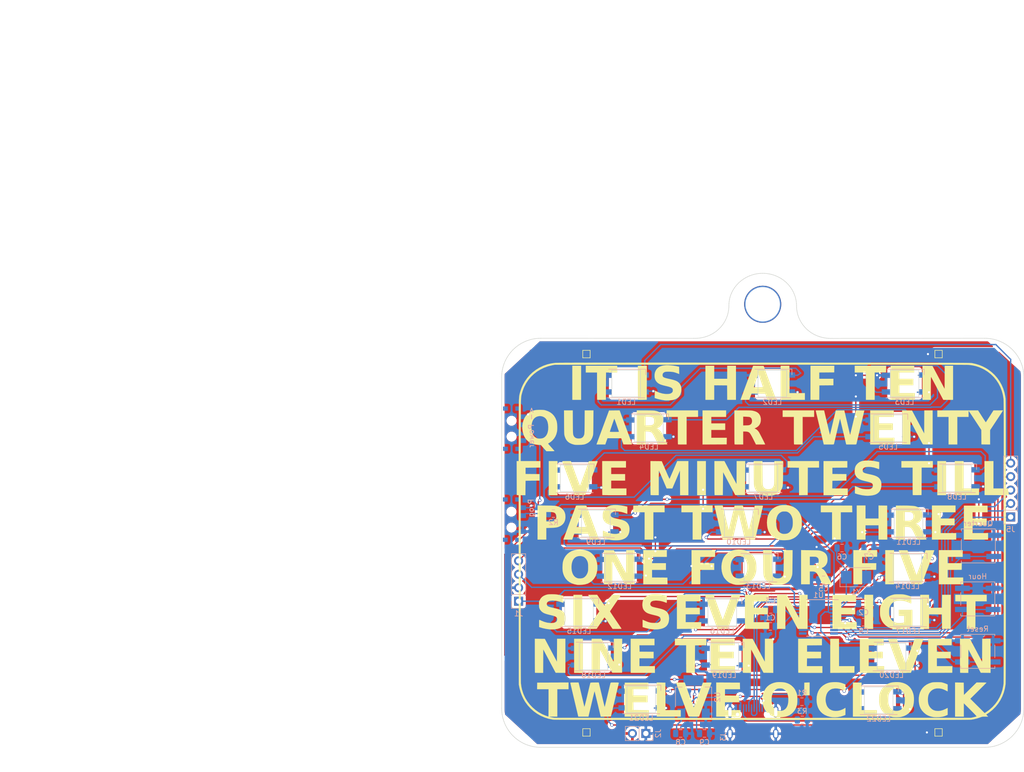
<source format=kicad_pcb>
(kicad_pcb (version 20171130) (host pcbnew 5.1.2)
  (layers (0 F.Cu signal) (31 B.Cu signal) (34 B.Paste user) (35 F.Paste user) (36 B.SilkS user) (37 F.SilkS user) (38 B.Mask user) (39 F.Mask user) (44 Edge.Cuts user))
  (net 0 "")
  (net 1 VCC)
  (net 2 VSS)
  (net 3 RST)
  (net 4 PF0)
  (net 5 PF1)
  (net 6 VDDA)
  (net 7 "Net-(C9-Pad1)")
  (net 8 SWCLK)
  (net 9 SWDIO)
  (net 10 D-)
  (net 11 D+)
  (net 12 "Net-(J3-PadB5)")
  (net 13 "Net-(J3-PadA5)")
  (net 14 "Net-(J3-PadA8)")
  (net 15 +5V)
  (net 16 PA4)
  (net 17 PA3)
  (net 18 PA2)
  (net 19 PA1)
  (net 20 PA0)
  (net 21 PA5)
  (net 22 PA6)
  (net 23 PA7)
  (net 24 PB1)
  (net 25 "Net-(LED1-Pad2)")
  (net 26 "Net-(LED2-Pad2)")
  (net 27 "Net-(LED3-Pad2)")
  (net 28 "Net-(LED4-Pad2)")
  (net 29 "Net-(LED5-Pad2)")
  (net 30 "Net-(LED6-Pad2)")
  (net 31 "Net-(LED7-Pad2)")
  (net 32 "Net-(LED8-Pad2)")
  (net 33 "Net-(LED10-Pad4)")
  (net 34 Dout1)
  (net 35 "Net-(LED11-Pad2)")
  (net 36 "Net-(LED12-Pad2)")
  (net 37 "Net-(LED13-Pad2)")
  (net 38 "Net-(LED14-Pad2)")
  (net 39 "Net-(LED15-Pad2)")
  (net 40 "Net-(LED16-Pad2)")
  (net 41 "Net-(LED17-Pad2)")
  (net 42 "Net-(LED18-Pad2)")
  (net 43 "Net-(LED19-Pad2)")
  (net 44 Dout2)
  (net 45 "Net-(LED21-Pad2)")
  (net 46 "Net-(LED22-Pad2)")
  (net 47 "Net-(R2-Pad1)")
  (net 48 BOOT0)
  (net 49 "Net-(SW3-Pad3)")
  (module Connector_Wire:SolderWirePad_1x01_Drill2.5mm (layer F.Cu) (at 141.038967 56)
    (fp_text reference REF** hide)
    (fp_text value SolderWirePad_1x01_Drill2.5mm)
    (pad 1 thru_hole circle (at 0 0) (size 7 7) (drill 6.5) (layers *.Cu *.Mask))
  )
  (module TestPoint:TestPoint_Pad_1.0x1.0mm (layer F.Cu) (at 107.8 65.4)
    (fp_text reference REF** hide)
    (fp_text value TestPoint_Pad_1.0x1.0mm)
    (pad 1 smd rect (at 0 0) (size 1 1) (layers F.Cu F.Mask) (net 1 VCC))
  )
  (module TestPoint:TestPoint_Pad_1.0x1.0mm (layer F.Cu) (at 107.8 136.8)
    (fp_text reference REF** hide)
    (fp_text value TestPoint_Pad_1.0x1.0mm)
    (pad 1 smd rect (at 0 0) (size 1 1) (layers F.Cu F.Mask) (net 1 VCC))
  )
  (module Tests:USB_C_Receptical-Jing (layer B.Cu) (at 139.18 135.8)
    (fp_text reference J3 (at -5.575 1.8 270) (layer B.SilkS) (effects (justify mirror)))
    (fp_text value USB_C_Receptacle)
    (pad S1 thru_hole oval (at 4.32 -2.9 180) (size 1 2.1) (drill oval 0.6 1.7) (layers *.Cu *.Mask) (net 2 VSS))
    (pad S1 thru_hole oval (at -4.32 -2.9 180) (size 1 2.1) (drill oval 0.6 1.7) (layers *.Cu *.Mask) (net 2 VSS))
    (pad S1 thru_hole oval (at 4.32 1.25 180) (size 1 1.8) (drill oval 0.6 1.4) (layers *.Cu *.Mask) (net 2 VSS))
    (pad S1 thru_hole oval (at -4.32 1.25 180) (size 1 1.8) (drill oval 0.6 1.4) (layers *.Cu *.Mask) (net 2 VSS))
    (pad A7 smd rect (at -0.25 -3.6 180) (size 0.25 1.4) (layers B.Cu B.Paste B.Mask) (net 10 D-))
    (pad A6 smd rect (at 0.25 -3.6 180) (size 0.25 1.4) (layers B.Cu B.Paste B.Mask) (net 11 D+))
    (pad B7 smd rect (at 0.75 -3.6 180) (size 0.25 1.4) (layers B.Cu B.Paste B.Mask) (net 10 D-))
    (pad B6 smd rect (at -0.75 -3.6 180) (size 0.25 1.4) (layers B.Cu B.Paste B.Mask) (net 11 D+))
    (pad A8 smd rect (at -1.25 -3.6 180) (size 0.25 1.4) (layers B.Cu B.Paste B.Mask) (net 14 "Net-(J3-PadA8)"))
    (pad A5 smd rect (at 1.25 -3.6 180) (size 0.25 1.4) (layers B.Cu B.Paste B.Mask) (net 13 "Net-(J3-PadA5)"))
    (pad B5 smd rect (at -1.75 -3.6 180) (size 0.25 1.4) (layers B.Cu B.Paste B.Mask) (net 12 "Net-(J3-PadB5)"))
    (pad B8 smd rect (at 1.75 -3.6 180) (size 0.25 1.4) (layers B.Cu B.Paste B.Mask))
    (pad A1 smd rect (at 3.325 -3.6 180) (size 0.25 1.4) (layers B.Cu B.Paste B.Mask) (net 2 VSS))
    (pad B12 smd rect (at 3.075 -3.6 180) (size 0.25 1.4) (layers B.Cu B.Paste B.Mask) (net 2 VSS))
    (pad A4 smd rect (at 2.525 -3.6 180) (size 0.25 1.4) (layers B.Cu B.Paste B.Mask) (net 15 +5V))
    (pad B9 smd rect (at 2.275 -3.6 180) (size 0.25 1.4) (layers B.Cu B.Paste B.Mask) (net 15 +5V))
    (pad B4 smd rect (at -2.275 -3.6 180) (size 0.25 1.4) (layers B.Cu B.Paste B.Mask) (net 15 +5V))
    (pad A9 smd rect (at -2.525 -3.6 180) (size 0.25 1.4) (layers B.Cu B.Paste B.Mask) (net 15 +5V))
    (pad B1 smd rect (at -3.075 -3.6 180) (size 0.25 1.4) (layers B.Cu B.Paste B.Mask) (net 2 VSS))
    (pad A12 smd rect (at -3.325 -3.6 180) (size 0.25 1.4) (layers B.Cu B.Paste B.Mask) (net 2 VSS))
    (pad "" np_thru_hole circle (at -2.89 -2.4 180) (size 0.65 0.65) (drill 0.65) (layers *.Cu *.Mask))
    (pad "" np_thru_hole circle (at 2.89 -2.4 180) (size 0.65 0.65) (drill 0.65) (layers *.Cu *.Mask))
  )
  (module BsidesIowa:WS2812B-Sunken (layer B.Cu) (at 115.28 70.95)
    (fp_text reference LED1 (at 0 3.5) (layer B.SilkS) (effects (justify mirror)))
    (fp_text value WS2812B)
    (fp_line (start -2.7 -2.5) (end 2.7 -2.5) (layer Edge.Cuts) (width 0.1))
    (fp_line (start 2.7 2.5) (end -2.7 2.5) (layer Edge.Cuts) (width 0.1))
    (fp_line (start -2.7 2.5) (end -2.7 -2.5) (layer Edge.Cuts) (width 0.1))
    (fp_line (start 2.7 -2.5) (end 2.7 2.5) (layer Edge.Cuts) (width 0.1))
    (pad 4 smd rect (at 3.5 -1.6) (size 1.6 1) (layers B.Cu B.Paste B.Mask) (net 20 PA0))
    (pad 1 smd rect (at 3.5 1.6) (size 1.6 1) (layers B.Cu B.Paste B.Mask) (net 1 VCC))
    (pad 3 smd rect (at -3.5 -1.55) (size 1.6 1) (layers B.Cu B.Paste B.Mask) (net 2 VSS))
    (pad 2 smd rect (at -3.5 1.6) (size 1.6 1) (layers B.Cu B.Paste B.Mask) (net 25 "Net-(LED1-Pad2)"))
  )
  (module BsidesIowa:WS2812B-Sunken (layer B.Cu) (at 142.85 70.95)
    (fp_text reference LED2 (at 0 3.5) (layer B.SilkS) (effects (justify mirror)))
    (fp_text value WS2812B)
    (fp_line (start -2.7 -2.5) (end 2.7 -2.5) (layer Edge.Cuts) (width 0.1))
    (fp_line (start 2.7 2.5) (end -2.7 2.5) (layer Edge.Cuts) (width 0.1))
    (fp_line (start -2.7 2.5) (end -2.7 -2.5) (layer Edge.Cuts) (width 0.1))
    (fp_line (start 2.7 -2.5) (end 2.7 2.5) (layer Edge.Cuts) (width 0.1))
    (pad 4 smd rect (at 3.5 -1.6) (size 1.6 1) (layers B.Cu B.Paste B.Mask) (net 25 "Net-(LED1-Pad2)"))
    (pad 1 smd rect (at 3.5 1.6) (size 1.6 1) (layers B.Cu B.Paste B.Mask) (net 1 VCC))
    (pad 3 smd rect (at -3.5 -1.55) (size 1.6 1) (layers B.Cu B.Paste B.Mask) (net 2 VSS))
    (pad 2 smd rect (at -3.5 1.6) (size 1.6 1) (layers B.Cu B.Paste B.Mask) (net 26 "Net-(LED2-Pad2)"))
  )
  (module BsidesIowa:WS2812B-Sunken (layer B.Cu) (at 167.79 70.95)
    (fp_text reference LED3 (at 0 3.5) (layer B.SilkS) (effects (justify mirror)))
    (fp_text value WS2812B)
    (fp_line (start -2.7 -2.5) (end 2.7 -2.5) (layer Edge.Cuts) (width 0.1))
    (fp_line (start 2.7 2.5) (end -2.7 2.5) (layer Edge.Cuts) (width 0.1))
    (fp_line (start -2.7 2.5) (end -2.7 -2.5) (layer Edge.Cuts) (width 0.1))
    (fp_line (start 2.7 -2.5) (end 2.7 2.5) (layer Edge.Cuts) (width 0.1))
    (pad 4 smd rect (at 3.5 -1.6) (size 1.6 1) (layers B.Cu B.Paste B.Mask) (net 26 "Net-(LED2-Pad2)"))
    (pad 1 smd rect (at 3.5 1.6) (size 1.6 1) (layers B.Cu B.Paste B.Mask) (net 1 VCC))
    (pad 3 smd rect (at -3.5 -1.55) (size 1.6 1) (layers B.Cu B.Paste B.Mask) (net 2 VSS))
    (pad 2 smd rect (at -3.5 1.6) (size 1.6 1) (layers B.Cu B.Paste B.Mask) (net 27 "Net-(LED3-Pad2)"))
  )
  (module BsidesIowa:WS2812B-Sunken (layer B.Cu) (at 119.57 79.39)
    (fp_text reference LED4 (at 0 3.5) (layer B.SilkS) (effects (justify mirror)))
    (fp_text value WS2812B)
    (fp_line (start -2.7 -2.5) (end 2.7 -2.5) (layer Edge.Cuts) (width 0.1))
    (fp_line (start 2.7 2.5) (end -2.7 2.5) (layer Edge.Cuts) (width 0.1))
    (fp_line (start -2.7 2.5) (end -2.7 -2.5) (layer Edge.Cuts) (width 0.1))
    (fp_line (start 2.7 -2.5) (end 2.7 2.5) (layer Edge.Cuts) (width 0.1))
    (pad 4 smd rect (at 3.5 -1.6) (size 1.6 1) (layers B.Cu B.Paste B.Mask) (net 27 "Net-(LED3-Pad2)"))
    (pad 1 smd rect (at 3.5 1.6) (size 1.6 1) (layers B.Cu B.Paste B.Mask) (net 1 VCC))
    (pad 3 smd rect (at -3.5 -1.55) (size 1.6 1) (layers B.Cu B.Paste B.Mask) (net 2 VSS))
    (pad 2 smd rect (at -3.5 1.6) (size 1.6 1) (layers B.Cu B.Paste B.Mask) (net 28 "Net-(LED4-Pad2)"))
  )
  (module BsidesIowa:WS2812B-Sunken (layer B.Cu) (at 164.69 79.39)
    (fp_text reference LED5 (at 0 3.5) (layer B.SilkS) (effects (justify mirror)))
    (fp_text value WS2812B)
    (fp_line (start -2.7 -2.5) (end 2.7 -2.5) (layer Edge.Cuts) (width 0.1))
    (fp_line (start 2.7 2.5) (end -2.7 2.5) (layer Edge.Cuts) (width 0.1))
    (fp_line (start -2.7 2.5) (end -2.7 -2.5) (layer Edge.Cuts) (width 0.1))
    (fp_line (start 2.7 -2.5) (end 2.7 2.5) (layer Edge.Cuts) (width 0.1))
    (pad 4 smd rect (at 3.5 -1.6) (size 1.6 1) (layers B.Cu B.Paste B.Mask) (net 28 "Net-(LED4-Pad2)"))
    (pad 1 smd rect (at 3.5 1.6) (size 1.6 1) (layers B.Cu B.Paste B.Mask) (net 1 VCC))
    (pad 3 smd rect (at -3.5 -1.55) (size 1.6 1) (layers B.Cu B.Paste B.Mask) (net 2 VSS))
    (pad 2 smd rect (at -3.5 1.6) (size 1.6 1) (layers B.Cu B.Paste B.Mask) (net 29 "Net-(LED5-Pad2)"))
  )
  (module BsidesIowa:WS2812B-Sunken (layer B.Cu) (at 105.56 88.84)
    (fp_text reference LED6 (at 0 3.5) (layer B.SilkS) (effects (justify mirror)))
    (fp_text value WS2812B)
    (fp_line (start -2.7 -2.5) (end 2.7 -2.5) (layer Edge.Cuts) (width 0.1))
    (fp_line (start 2.7 2.5) (end -2.7 2.5) (layer Edge.Cuts) (width 0.1))
    (fp_line (start -2.7 2.5) (end -2.7 -2.5) (layer Edge.Cuts) (width 0.1))
    (fp_line (start 2.7 -2.5) (end 2.7 2.5) (layer Edge.Cuts) (width 0.1))
    (pad 4 smd rect (at 3.5 -1.6) (size 1.6 1) (layers B.Cu B.Paste B.Mask) (net 29 "Net-(LED5-Pad2)"))
    (pad 1 smd rect (at 3.5 1.6) (size 1.6 1) (layers B.Cu B.Paste B.Mask) (net 1 VCC))
    (pad 3 smd rect (at -3.5 -1.55) (size 1.6 1) (layers B.Cu B.Paste B.Mask) (net 2 VSS))
    (pad 2 smd rect (at -3.5 1.6) (size 1.6 1) (layers B.Cu B.Paste B.Mask) (net 30 "Net-(LED6-Pad2)"))
  )
  (module BsidesIowa:WS2812B-Sunken (layer B.Cu) (at 141.16 88.84)
    (fp_text reference LED7 (at 0 3.5) (layer B.SilkS) (effects (justify mirror)))
    (fp_text value WS2812B)
    (fp_line (start -2.7 -2.5) (end 2.7 -2.5) (layer Edge.Cuts) (width 0.1))
    (fp_line (start 2.7 2.5) (end -2.7 2.5) (layer Edge.Cuts) (width 0.1))
    (fp_line (start -2.7 2.5) (end -2.7 -2.5) (layer Edge.Cuts) (width 0.1))
    (fp_line (start 2.7 -2.5) (end 2.7 2.5) (layer Edge.Cuts) (width 0.1))
    (pad 4 smd rect (at 3.5 -1.6) (size 1.6 1) (layers B.Cu B.Paste B.Mask) (net 30 "Net-(LED6-Pad2)"))
    (pad 1 smd rect (at 3.5 1.6) (size 1.6 1) (layers B.Cu B.Paste B.Mask) (net 1 VCC))
    (pad 3 smd rect (at -3.5 -1.55) (size 1.6 1) (layers B.Cu B.Paste B.Mask) (net 2 VSS))
    (pad 2 smd rect (at -3.5 1.6) (size 1.6 1) (layers B.Cu B.Paste B.Mask) (net 31 "Net-(LED7-Pad2)"))
  )
  (module BsidesIowa:WS2812B-Sunken (layer B.Cu) (at 177.67 88.84)
    (fp_text reference LED8 (at 0 3.5) (layer B.SilkS) (effects (justify mirror)))
    (fp_text value WS2812B)
    (fp_line (start -2.7 -2.5) (end 2.7 -2.5) (layer Edge.Cuts) (width 0.1))
    (fp_line (start 2.7 2.5) (end -2.7 2.5) (layer Edge.Cuts) (width 0.1))
    (fp_line (start -2.7 2.5) (end -2.7 -2.5) (layer Edge.Cuts) (width 0.1))
    (fp_line (start 2.7 -2.5) (end 2.7 2.5) (layer Edge.Cuts) (width 0.1))
    (pad 4 smd rect (at 3.5 -1.6) (size 1.6 1) (layers B.Cu B.Paste B.Mask) (net 31 "Net-(LED7-Pad2)"))
    (pad 1 smd rect (at 3.5 1.6) (size 1.6 1) (layers B.Cu B.Paste B.Mask) (net 1 VCC))
    (pad 3 smd rect (at -3.5 -1.55) (size 1.6 1) (layers B.Cu B.Paste B.Mask) (net 2 VSS))
    (pad 2 smd rect (at -3.5 1.6) (size 1.6 1) (layers B.Cu B.Paste B.Mask) (net 32 "Net-(LED8-Pad2)"))
  )
  (module BsidesIowa:WS2812B-Sunken (layer B.Cu) (at 109.57 97.35)
    (fp_text reference LED9 (at 0 3.5) (layer B.SilkS) (effects (justify mirror)))
    (fp_text value WS2812B)
    (fp_line (start -2.7 -2.5) (end 2.7 -2.5) (layer Edge.Cuts) (width 0.1))
    (fp_line (start 2.7 2.5) (end -2.7 2.5) (layer Edge.Cuts) (width 0.1))
    (fp_line (start -2.7 2.5) (end -2.7 -2.5) (layer Edge.Cuts) (width 0.1))
    (fp_line (start 2.7 -2.5) (end 2.7 2.5) (layer Edge.Cuts) (width 0.1))
    (pad 4 smd rect (at 3.5 -1.6) (size 1.6 1) (layers B.Cu B.Paste B.Mask) (net 32 "Net-(LED8-Pad2)"))
    (pad 1 smd rect (at 3.5 1.6) (size 1.6 1) (layers B.Cu B.Paste B.Mask) (net 1 VCC))
    (pad 3 smd rect (at -3.5 -1.55) (size 1.6 1) (layers B.Cu B.Paste B.Mask) (net 2 VSS))
    (pad 2 smd rect (at -3.5 1.6) (size 1.6 1) (layers B.Cu B.Paste B.Mask) (net 33 "Net-(LED10-Pad4)"))
  )
  (module BsidesIowa:WS2812B-Sunken (layer B.Cu) (at 136.51 97.35)
    (fp_text reference LED10 (at 0 3.5) (layer B.SilkS) (effects (justify mirror)))
    (fp_text value WS2812B)
    (fp_line (start -2.7 -2.5) (end 2.7 -2.5) (layer Edge.Cuts) (width 0.1))
    (fp_line (start 2.7 2.5) (end -2.7 2.5) (layer Edge.Cuts) (width 0.1))
    (fp_line (start -2.7 2.5) (end -2.7 -2.5) (layer Edge.Cuts) (width 0.1))
    (fp_line (start 2.7 -2.5) (end 2.7 2.5) (layer Edge.Cuts) (width 0.1))
    (pad 4 smd rect (at 3.5 -1.6) (size 1.6 1) (layers B.Cu B.Paste B.Mask) (net 33 "Net-(LED10-Pad4)"))
    (pad 1 smd rect (at 3.5 1.6) (size 1.6 1) (layers B.Cu B.Paste B.Mask) (net 1 VCC))
    (pad 3 smd rect (at -3.5 -1.55) (size 1.6 1) (layers B.Cu B.Paste B.Mask) (net 2 VSS))
    (pad 2 smd rect (at -3.5 1.6) (size 1.6 1) (layers B.Cu B.Paste B.Mask) (net 34 Dout1))
  )
  (module BsidesIowa:WS2812B-Sunken (layer B.Cu) (at 168.54 97.35)
    (fp_text reference LED11 (at 0 3.5) (layer B.SilkS) (effects (justify mirror)))
    (fp_text value WS2812B)
    (fp_line (start -2.7 -2.5) (end 2.7 -2.5) (layer Edge.Cuts) (width 0.1))
    (fp_line (start 2.7 2.5) (end -2.7 2.5) (layer Edge.Cuts) (width 0.1))
    (fp_line (start -2.7 2.5) (end -2.7 -2.5) (layer Edge.Cuts) (width 0.1))
    (fp_line (start 2.7 -2.5) (end 2.7 2.5) (layer Edge.Cuts) (width 0.1))
    (pad 4 smd rect (at 3.5 -1.6) (size 1.6 1) (layers B.Cu B.Paste B.Mask) (net 34 Dout1))
    (pad 1 smd rect (at 3.5 1.6) (size 1.6 1) (layers B.Cu B.Paste B.Mask) (net 1 VCC))
    (pad 3 smd rect (at -3.5 -1.55) (size 1.6 1) (layers B.Cu B.Paste B.Mask) (net 2 VSS))
    (pad 2 smd rect (at -3.5 1.6) (size 1.6 1) (layers B.Cu B.Paste B.Mask) (net 35 "Net-(LED11-Pad2)"))
  )
  (module BsidesIowa:WS2812B-Sunken (layer B.Cu) (at 114.05 105.71)
    (fp_text reference LED12 (at 0 3.5) (layer B.SilkS) (effects (justify mirror)))
    (fp_text value WS2812B)
    (fp_line (start -2.7 -2.5) (end 2.7 -2.5) (layer Edge.Cuts) (width 0.1))
    (fp_line (start 2.7 2.5) (end -2.7 2.5) (layer Edge.Cuts) (width 0.1))
    (fp_line (start -2.7 2.5) (end -2.7 -2.5) (layer Edge.Cuts) (width 0.1))
    (fp_line (start 2.7 -2.5) (end 2.7 2.5) (layer Edge.Cuts) (width 0.1))
    (pad 4 smd rect (at 3.5 -1.6) (size 1.6 1) (layers B.Cu B.Paste B.Mask) (net 35 "Net-(LED11-Pad2)"))
    (pad 1 smd rect (at 3.5 1.6) (size 1.6 1) (layers B.Cu B.Paste B.Mask) (net 1 VCC))
    (pad 3 smd rect (at -3.5 -1.55) (size 1.6 1) (layers B.Cu B.Paste B.Mask) (net 2 VSS))
    (pad 2 smd rect (at -3.5 1.6) (size 1.6 1) (layers B.Cu B.Paste B.Mask) (net 36 "Net-(LED12-Pad2)"))
  )
  (module BsidesIowa:WS2812B-Sunken (layer B.Cu) (at 140.22 105.71)
    (fp_text reference LED13 (at 0 3.5) (layer B.SilkS) (effects (justify mirror)))
    (fp_text value WS2812B)
    (fp_line (start -2.7 -2.5) (end 2.7 -2.5) (layer Edge.Cuts) (width 0.1))
    (fp_line (start 2.7 2.5) (end -2.7 2.5) (layer Edge.Cuts) (width 0.1))
    (fp_line (start -2.7 2.5) (end -2.7 -2.5) (layer Edge.Cuts) (width 0.1))
    (fp_line (start 2.7 -2.5) (end 2.7 2.5) (layer Edge.Cuts) (width 0.1))
    (pad 4 smd rect (at 3.5 -1.6) (size 1.6 1) (layers B.Cu B.Paste B.Mask) (net 36 "Net-(LED12-Pad2)"))
    (pad 1 smd rect (at 3.5 1.6) (size 1.6 1) (layers B.Cu B.Paste B.Mask) (net 1 VCC))
    (pad 3 smd rect (at -3.5 -1.55) (size 1.6 1) (layers B.Cu B.Paste B.Mask) (net 2 VSS))
    (pad 2 smd rect (at -3.5 1.6) (size 1.6 1) (layers B.Cu B.Paste B.Mask) (net 37 "Net-(LED13-Pad2)"))
  )
  (module BsidesIowa:WS2812B-Sunken (layer B.Cu) (at 168.34 105.71)
    (fp_text reference LED14 (at 0 3.5) (layer B.SilkS) (effects (justify mirror)))
    (fp_text value WS2812B)
    (fp_line (start -2.7 -2.5) (end 2.7 -2.5) (layer Edge.Cuts) (width 0.1))
    (fp_line (start 2.7 2.5) (end -2.7 2.5) (layer Edge.Cuts) (width 0.1))
    (fp_line (start -2.7 2.5) (end -2.7 -2.5) (layer Edge.Cuts) (width 0.1))
    (fp_line (start 2.7 -2.5) (end 2.7 2.5) (layer Edge.Cuts) (width 0.1))
    (pad 4 smd rect (at 3.5 -1.6) (size 1.6 1) (layers B.Cu B.Paste B.Mask) (net 37 "Net-(LED13-Pad2)"))
    (pad 1 smd rect (at 3.5 1.6) (size 1.6 1) (layers B.Cu B.Paste B.Mask) (net 1 VCC))
    (pad 3 smd rect (at -3.5 -1.55) (size 1.6 1) (layers B.Cu B.Paste B.Mask) (net 2 VSS))
    (pad 2 smd rect (at -3.5 1.6) (size 1.6 1) (layers B.Cu B.Paste B.Mask) (net 38 "Net-(LED14-Pad2)"))
  )
  (module BsidesIowa:WS2812B-Sunken (layer B.Cu) (at 106.4 114.16)
    (fp_text reference LED15 (at 0 3.5) (layer B.SilkS) (effects (justify mirror)))
    (fp_text value WS2812B)
    (fp_line (start -2.7 -2.5) (end 2.7 -2.5) (layer Edge.Cuts) (width 0.1))
    (fp_line (start 2.7 2.5) (end -2.7 2.5) (layer Edge.Cuts) (width 0.1))
    (fp_line (start -2.7 2.5) (end -2.7 -2.5) (layer Edge.Cuts) (width 0.1))
    (fp_line (start 2.7 -2.5) (end 2.7 2.5) (layer Edge.Cuts) (width 0.1))
    (pad 4 smd rect (at 3.5 -1.6) (size 1.6 1) (layers B.Cu B.Paste B.Mask) (net 38 "Net-(LED14-Pad2)"))
    (pad 1 smd rect (at 3.5 1.6) (size 1.6 1) (layers B.Cu B.Paste B.Mask) (net 1 VCC))
    (pad 3 smd rect (at -3.5 -1.55) (size 1.6 1) (layers B.Cu B.Paste B.Mask) (net 2 VSS))
    (pad 2 smd rect (at -3.5 1.6) (size 1.6 1) (layers B.Cu B.Paste B.Mask) (net 39 "Net-(LED15-Pad2)"))
  )
  (module BsidesIowa:WS2812B-Sunken (layer B.Cu) (at 133.41 114.16)
    (fp_text reference LED16 (at 0 3.5) (layer B.SilkS) (effects (justify mirror)))
    (fp_text value WS2812B)
    (fp_line (start -2.7 -2.5) (end 2.7 -2.5) (layer Edge.Cuts) (width 0.1))
    (fp_line (start 2.7 2.5) (end -2.7 2.5) (layer Edge.Cuts) (width 0.1))
    (fp_line (start -2.7 2.5) (end -2.7 -2.5) (layer Edge.Cuts) (width 0.1))
    (fp_line (start 2.7 -2.5) (end 2.7 2.5) (layer Edge.Cuts) (width 0.1))
    (pad 4 smd rect (at 3.5 -1.6) (size 1.6 1) (layers B.Cu B.Paste B.Mask) (net 39 "Net-(LED15-Pad2)"))
    (pad 1 smd rect (at 3.5 1.6) (size 1.6 1) (layers B.Cu B.Paste B.Mask) (net 1 VCC))
    (pad 3 smd rect (at -3.5 -1.55) (size 1.6 1) (layers B.Cu B.Paste B.Mask) (net 2 VSS))
    (pad 2 smd rect (at -3.5 1.6) (size 1.6 1) (layers B.Cu B.Paste B.Mask) (net 40 "Net-(LED16-Pad2)"))
  )
  (module BsidesIowa:WS2812B-Sunken (layer B.Cu) (at 168.46 114.16)
    (fp_text reference LED17 (at 0 3.5) (layer B.SilkS) (effects (justify mirror)))
    (fp_text value WS2812B)
    (fp_line (start -2.7 -2.5) (end 2.7 -2.5) (layer Edge.Cuts) (width 0.1))
    (fp_line (start 2.7 2.5) (end -2.7 2.5) (layer Edge.Cuts) (width 0.1))
    (fp_line (start -2.7 2.5) (end -2.7 -2.5) (layer Edge.Cuts) (width 0.1))
    (fp_line (start 2.7 -2.5) (end 2.7 2.5) (layer Edge.Cuts) (width 0.1))
    (pad 4 smd rect (at 3.5 -1.6) (size 1.6 1) (layers B.Cu B.Paste B.Mask) (net 40 "Net-(LED16-Pad2)"))
    (pad 1 smd rect (at 3.5 1.6) (size 1.6 1) (layers B.Cu B.Paste B.Mask) (net 1 VCC))
    (pad 3 smd rect (at -3.5 -1.55) (size 1.6 1) (layers B.Cu B.Paste B.Mask) (net 2 VSS))
    (pad 2 smd rect (at -3.5 1.6) (size 1.6 1) (layers B.Cu B.Paste B.Mask) (net 41 "Net-(LED17-Pad2)"))
  )
  (module BsidesIowa:WS2812B-Sunken (layer B.Cu) (at 109.14 122.48)
    (fp_text reference LED18 (at 0 3.5) (layer B.SilkS) (effects (justify mirror)))
    (fp_text value WS2812B)
    (fp_line (start -2.7 -2.5) (end 2.7 -2.5) (layer Edge.Cuts) (width 0.1))
    (fp_line (start 2.7 2.5) (end -2.7 2.5) (layer Edge.Cuts) (width 0.1))
    (fp_line (start -2.7 2.5) (end -2.7 -2.5) (layer Edge.Cuts) (width 0.1))
    (fp_line (start 2.7 -2.5) (end 2.7 2.5) (layer Edge.Cuts) (width 0.1))
    (pad 4 smd rect (at 3.5 -1.6) (size 1.6 1) (layers B.Cu B.Paste B.Mask) (net 41 "Net-(LED17-Pad2)"))
    (pad 1 smd rect (at 3.5 1.6) (size 1.6 1) (layers B.Cu B.Paste B.Mask) (net 1 VCC))
    (pad 3 smd rect (at -3.5 -1.55) (size 1.6 1) (layers B.Cu B.Paste B.Mask) (net 2 VSS))
    (pad 2 smd rect (at -3.5 1.6) (size 1.6 1) (layers B.Cu B.Paste B.Mask) (net 42 "Net-(LED18-Pad2)"))
  )
  (module BsidesIowa:WS2812B-Sunken (layer B.Cu) (at 133.79 122.48)
    (fp_text reference LED19 (at 0 3.5) (layer B.SilkS) (effects (justify mirror)))
    (fp_text value WS2812B)
    (fp_line (start -2.7 -2.5) (end 2.7 -2.5) (layer Edge.Cuts) (width 0.1))
    (fp_line (start 2.7 2.5) (end -2.7 2.5) (layer Edge.Cuts) (width 0.1))
    (fp_line (start -2.7 2.5) (end -2.7 -2.5) (layer Edge.Cuts) (width 0.1))
    (fp_line (start 2.7 -2.5) (end 2.7 2.5) (layer Edge.Cuts) (width 0.1))
    (pad 4 smd rect (at 3.5 -1.6) (size 1.6 1) (layers B.Cu B.Paste B.Mask) (net 42 "Net-(LED18-Pad2)"))
    (pad 1 smd rect (at 3.5 1.6) (size 1.6 1) (layers B.Cu B.Paste B.Mask) (net 1 VCC))
    (pad 3 smd rect (at -3.5 -1.55) (size 1.6 1) (layers B.Cu B.Paste B.Mask) (net 2 VSS))
    (pad 2 smd rect (at -3.5 1.6) (size 1.6 1) (layers B.Cu B.Paste B.Mask) (net 43 "Net-(LED19-Pad2)"))
  )
  (module BsidesIowa:WS2812B-Sunken (layer B.Cu) (at 165.34 122.48)
    (fp_text reference LED20 (at 0 3.5) (layer B.SilkS) (effects (justify mirror)))
    (fp_text value WS2812B)
    (fp_line (start -2.7 -2.5) (end 2.7 -2.5) (layer Edge.Cuts) (width 0.1))
    (fp_line (start 2.7 2.5) (end -2.7 2.5) (layer Edge.Cuts) (width 0.1))
    (fp_line (start -2.7 2.5) (end -2.7 -2.5) (layer Edge.Cuts) (width 0.1))
    (fp_line (start 2.7 -2.5) (end 2.7 2.5) (layer Edge.Cuts) (width 0.1))
    (pad 4 smd rect (at 3.5 -1.6) (size 1.6 1) (layers B.Cu B.Paste B.Mask) (net 43 "Net-(LED19-Pad2)"))
    (pad 1 smd rect (at 3.5 1.6) (size 1.6 1) (layers B.Cu B.Paste B.Mask) (net 1 VCC))
    (pad 3 smd rect (at -3.5 -1.55) (size 1.6 1) (layers B.Cu B.Paste B.Mask) (net 2 VSS))
    (pad 2 smd rect (at -3.5 1.6) (size 1.6 1) (layers B.Cu B.Paste B.Mask) (net 44 Dout2))
  )
  (module BsidesIowa:WS2812B-Sunken (layer B.Cu) (at 118.13 130.57)
    (fp_text reference LED21 (at 0 3.5) (layer B.SilkS) (effects (justify mirror)))
    (fp_text value WS2812B)
    (fp_line (start -2.7 -2.5) (end 2.7 -2.5) (layer Edge.Cuts) (width 0.1))
    (fp_line (start 2.7 2.5) (end -2.7 2.5) (layer Edge.Cuts) (width 0.1))
    (fp_line (start -2.7 2.5) (end -2.7 -2.5) (layer Edge.Cuts) (width 0.1))
    (fp_line (start 2.7 -2.5) (end 2.7 2.5) (layer Edge.Cuts) (width 0.1))
    (pad 4 smd rect (at 3.5 -1.6) (size 1.6 1) (layers B.Cu B.Paste B.Mask) (net 44 Dout2))
    (pad 1 smd rect (at 3.5 1.6) (size 1.6 1) (layers B.Cu B.Paste B.Mask) (net 1 VCC))
    (pad 3 smd rect (at -3.5 -1.55) (size 1.6 1) (layers B.Cu B.Paste B.Mask) (net 2 VSS))
    (pad 2 smd rect (at -3.5 1.6) (size 1.6 1) (layers B.Cu B.Paste B.Mask) (net 45 "Net-(LED21-Pad2)"))
  )
  (module BsidesIowa:WS2812B-Sunken (layer B.Cu) (at 162.91 130.73)
    (fp_text reference LED22 (at 0 3.5) (layer B.SilkS) (effects (justify mirror)))
    (fp_text value WS2812B)
    (fp_line (start -2.7 -2.5) (end 2.7 -2.5) (layer Edge.Cuts) (width 0.1))
    (fp_line (start 2.7 2.5) (end -2.7 2.5) (layer Edge.Cuts) (width 0.1))
    (fp_line (start -2.7 2.5) (end -2.7 -2.5) (layer Edge.Cuts) (width 0.1))
    (fp_line (start 2.7 -2.5) (end 2.7 2.5) (layer Edge.Cuts) (width 0.1))
    (pad 4 smd rect (at 3.5 -1.6) (size 1.6 1) (layers B.Cu B.Paste B.Mask) (net 45 "Net-(LED21-Pad2)"))
    (pad 1 smd rect (at 3.5 1.6) (size 1.6 1) (layers B.Cu B.Paste B.Mask) (net 1 VCC))
    (pad 3 smd rect (at -3.5 -1.55) (size 1.6 1) (layers B.Cu B.Paste B.Mask) (net 2 VSS))
    (pad 2 smd rect (at -3.5 1.6) (size 1.6 1) (layers B.Cu B.Paste B.Mask) (net 46 "Net-(LED22-Pad2)"))
  )
  (module TestPoint:TestPoint_Pad_1.0x1.0mm (layer F.Cu) (at 174.2 136.8)
    (fp_text reference REF** hide)
    (fp_text value TestPoint_Pad_1.0x1.0mm)
    (pad 1 smd rect (at 0 0) (size 1 1) (layers F.Cu F.Mask) (net 2 VSS))
  )
  (module TestPoint:TestPoint_Pad_1.0x1.0mm (layer F.Cu) (at 174.2 65.4)
    (fp_text reference REF** hide)
    (fp_text value TestPoint_Pad_1.0x1.0mm)
    (pad 1 smd rect (at 0 0) (size 1 1) (layers F.Cu F.Mask) (net 2 VSS))
  )
  (module LOGO (layer F.Cu) (at 0 0)
    (fp_text reference G*** hide)
    (fp_text value LOGO hide)
  )
  (module LOGO (layer F.Cu) (at 0 0)
    (fp_text reference G*** hide)
    (fp_text value LOGO hide)
  )
  (module LOGO (layer F.Cu) (at 0 0)
    (fp_text reference G*** hide)
    (fp_text value LOGO hide)
  )
  (module LOGO (layer F.Cu) (at 140.23 90.93)
    (fp_text reference G*** hide)
    (fp_text value LOGO hide)
    (fp_poly (pts (xy -31.580667 46.651333) (xy -43.095334 46.651333) (xy -43.095334 45.127333) (xy -31.580667 45.127333) (xy -31.580667 46.651333)) (layer F.Cu) (width 0.01))
    (fp_poly (pts (xy 44.704 46.651333) (xy 33.189333 46.651333) (xy 33.189333 45.127333) (xy 44.704 45.127333) (xy 44.704 46.651333)) (layer F.Cu) (width 0.01))
    (fp_poly (pts (xy -31.580667 -24.807334) (xy -43.095334 -24.807334) (xy -43.095334 -26.331334) (xy -31.580667 -26.331334) (xy -31.580667 -24.807334)) (layer F.Cu) (width 0.01))
    (fp_poly (pts (xy 44.704 -24.807334) (xy 33.189333 -24.807334) (xy 33.189333 -26.331334) (xy 44.704 -26.331334) (xy 44.704 -24.807334)) (layer F.Cu) (width 0.01))
  )
  (module LOGO (layer F.Cu) (at 140.23 90.93)
    (fp_text reference G*** hide)
    (fp_text value LOGO hide)
  )
  (module LOGO (layer F.Cu) (at 140.23 90.93)
    (fp_text reference G*** hide)
    (fp_text value LOGO hide)
  )
  (module Capacitor_SMD:C_0805_2012Metric (layer B.Cu) (at 142.462499 116.8 180)
    (fp_text reference C1 (at 0 1.65) (layer B.SilkS) (effects (justify mirror)))
    (fp_text value 4.7uF)
    (pad 1 smd roundrect (at -0.9375 0 180) (size 0.975 1.4) (layers B.Cu B.Paste B.Mask) (net 1 VCC))
    (pad 2 smd roundrect (at 0.9375 0 180) (size 0.975 1.4) (layers B.Cu B.Paste B.Mask) (net 2 VSS))
  )
  (module Capacitor_SMD:C_0805_2012Metric (layer B.Cu) (at 160.0625 112.5)
    (fp_text reference C2 (at 0 1.65) (layer B.SilkS) (effects (justify mirror)))
    (fp_text value 1uF)
    (pad 2 smd roundrect (at 0.9375 0) (size 0.975 1.4) (layers B.Cu B.Paste B.Mask) (net 2 VSS))
    (pad 1 smd roundrect (at -0.9375 0) (size 0.975 1.4) (layers B.Cu B.Paste B.Mask) (net 1 VCC))
  )
  (module Capacitor_SMD:C_0805_2012Metric (layer B.Cu) (at 142.537501 113.6 180)
    (fp_text reference C3 (at 0 1.65) (layer B.SilkS) (effects (justify mirror)))
    (fp_text value 100nF)
    (pad 2 smd roundrect (at 0.9375 0 180) (size 0.975 1.4) (layers B.Cu B.Paste B.Mask) (net 2 VSS))
    (pad 1 smd roundrect (at -0.9375 0 180) (size 0.975 1.4) (layers B.Cu B.Paste B.Mask) (net 1 VCC))
  )
  (module Capacitor_SMD:C_0805_2012Metric (layer B.Cu) (at 160.0625 116)
    (fp_text reference C4 (at 0 1.65) (layer B.SilkS) (effects (justify mirror)))
    (fp_text value 10nF)
    (pad 1 smd roundrect (at -0.9375 0) (size 0.975 1.4) (layers B.Cu B.Paste B.Mask) (net 1 VCC))
    (pad 2 smd roundrect (at 0.9375 0) (size 0.975 1.4) (layers B.Cu B.Paste B.Mask) (net 2 VSS))
  )
  (module Capacitor_SMD:C_0805_2012Metric (layer B.Cu) (at 152.5 108)
    (fp_text reference C5 (at 0 1.65) (layer B.SilkS) (effects (justify mirror)))
    (fp_text value 100nF)
    (pad 1 smd roundrect (at -0.9375 0) (size 0.975 1.4) (layers B.Cu B.Paste B.Mask) (net 2 VSS))
    (pad 2 smd roundrect (at 0.9375 0) (size 0.975 1.4) (layers B.Cu B.Paste B.Mask) (net 3 RST))
  )
  (module Capacitor_SMD:C_0805_2012Metric (layer B.Cu) (at 156 102)
    (fp_text reference C6 (at 0 1.65) (layer B.SilkS) (effects (justify mirror)))
    (fp_text value 20pF)
    (pad 2 smd roundrect (at 0.9375 0) (size 0.975 1.4) (layers B.Cu B.Paste B.Mask) (net 2 VSS))
    (pad 1 smd roundrect (at -0.9375 0) (size 0.975 1.4) (layers B.Cu B.Paste B.Mask) (net 4 PF0))
  )
  (module Capacitor_SMD:C_0805_2012Metric (layer B.Cu) (at 161.0625 102)
    (fp_text reference C7 (at 0 1.65) (layer B.SilkS) (effects (justify mirror)))
    (fp_text value 20pF)
    (pad 1 smd roundrect (at -0.9375 0) (size 0.975 1.4) (layers B.Cu B.Paste B.Mask) (net 5 PF1))
    (pad 2 smd roundrect (at 0.9375 0) (size 0.975 1.4) (layers B.Cu B.Paste B.Mask) (net 2 VSS))
  )
  (module Capacitor_SMD:C_0805_2012Metric (layer B.Cu) (at 125.5625 137)
    (fp_text reference C8 (at 0 1.65) (layer B.SilkS) (effects (justify mirror)))
    (fp_text value 1uF)
    (pad 2 smd roundrect (at 0.9375 0) (size 0.975 1.4) (layers B.Cu B.Paste B.Mask) (net 2 VSS))
    (pad 1 smd roundrect (at -0.9375 0) (size 0.975 1.4) (layers B.Cu B.Paste B.Mask) (net 6 VDDA))
  )
  (module Capacitor_SMD:C_0805_2012Metric (layer B.Cu) (at 130.0625 137)
    (fp_text reference C9 (at 0 1.65) (layer B.SilkS) (effects (justify mirror)))
    (fp_text value 1uF)
    (pad 1 smd roundrect (at -0.9375 0) (size 0.975 1.4) (layers B.Cu B.Paste B.Mask) (net 7 "Net-(C9-Pad1)"))
    (pad 2 smd roundrect (at 0.9375 0) (size 0.975 1.4) (layers B.Cu B.Paste B.Mask) (net 2 VSS))
  )
  (module Connector_PinHeader_2.54mm:PinHeader_1x04_P2.54mm_Vertical (layer B.Cu) (at 95 112.04)
    (fp_text reference J1 (at 0 2.33) (layer B.SilkS) (effects (justify mirror)))
    (fp_text value Prog)
    (pad 1 thru_hole rect (at 0 0) (size 1.7 1.7) (drill 1) (layers *.Cu *.Mask) (net 8 SWCLK))
    (pad 2 thru_hole oval (at 0 -2.54) (size 1.7 1.7) (drill 1) (layers *.Cu *.Mask) (net 2 VSS))
    (pad 3 thru_hole oval (at 0 -5.08) (size 1.7 1.7) (drill 1) (layers *.Cu *.Mask) (net 9 SWDIO))
    (pad 4 thru_hole oval (at 0 -7.62) (size 1.7 1.7) (drill 1) (layers *.Cu *.Mask) (net 3 RST))
  )
  (module Connector_PinHeader_2.54mm:PinHeader_1x02_P2.54mm_Vertical (layer B.Cu) (at 119 137 90)
    (fp_text reference J2 (at 0 2.33 90) (layer B.SilkS) (effects (justify mirror)))
    (fp_text value Conn_01x02)
    (pad 1 thru_hole rect (at 0 0 90) (size 1.7 1.7) (drill 1) (layers *.Cu *.Mask) (net 2 VSS))
    (pad 2 thru_hole oval (at 0 -2.54 90) (size 1.7 1.7) (drill 1) (layers *.Cu *.Mask) (net 1 VCC))
  )
  (module Connector_PinHeader_2.54mm:PinHeader_1x05_P2.54mm_Vertical (layer B.Cu) (at 187.8 96.14)
    (fp_text reference J5 (at 0 2.33) (layer B.SilkS) (effects (justify mirror)))
    (fp_text value Left)
    (pad 1 thru_hole rect (at 0 0) (size 1.7 1.7) (drill 1) (layers *.Cu *.Mask) (net 16 PA4))
    (pad 2 thru_hole oval (at 0 -2.54) (size 1.7 1.7) (drill 1) (layers *.Cu *.Mask) (net 17 PA3))
    (pad 3 thru_hole oval (at 0 -5.08) (size 1.7 1.7) (drill 1) (layers *.Cu *.Mask) (net 18 PA2))
    (pad 4 thru_hole oval (at 0 -7.62) (size 1.7 1.7) (drill 1) (layers *.Cu *.Mask) (net 19 PA1))
    (pad 5 thru_hole oval (at 0 -10.16) (size 1.7 1.7) (drill 1) (layers *.Cu *.Mask) (net 20 PA0))
  )
  (module Resistor_SMD:R_0805_2012Metric (layer B.Cu) (at 148.437501 131 180)
    (fp_text reference R1 (at 0 1.65) (layer B.SilkS) (effects (justify mirror)))
    (fp_text value 10k)
    (pad 2 smd roundrect (at 0.9375 0 180) (size 0.975 1.4) (layers B.Cu B.Paste B.Mask) (net 13 "Net-(J3-PadA5)"))
    (pad 1 smd roundrect (at -0.9375 0 180) (size 0.975 1.4) (layers B.Cu B.Paste B.Mask) (net 2 VSS))
  )
  (module Resistor_SMD:R_0805_2012Metric (layer B.Cu) (at 101.5625 95.5)
    (fp_text reference R2 (at 0 1.65) (layer B.SilkS) (effects (justify mirror)))
    (fp_text value 10k)
    (pad 1 smd roundrect (at -0.9375 0) (size 0.975 1.4) (layers B.Cu B.Paste B.Mask) (net 47 "Net-(R2-Pad1)"))
    (pad 2 smd roundrect (at 0.9375 0) (size 0.975 1.4) (layers B.Cu B.Paste B.Mask) (net 48 BOOT0))
  )
  (module Resistor_SMD:R_0805_2012Metric (layer B.Cu) (at 148.5 134.44 180)
    (fp_text reference R3 (at 0 1.65) (layer B.SilkS) (effects (justify mirror)))
    (fp_text value 10k)
    (pad 1 smd roundrect (at -0.9375 0 180) (size 0.975 1.4) (layers B.Cu B.Paste B.Mask) (net 2 VSS))
    (pad 2 smd roundrect (at 0.9375 0 180) (size 0.975 1.4) (layers B.Cu B.Paste B.Mask) (net 12 "Net-(J3-PadB5)"))
  )
  (module Button_Switch_SMD:SW_Push_1P1T_NO_CK_KSC6xxJ (layer B.Cu) (at 181.6 111.6)
    (fp_text reference Hour (at 0 -4.24) (layer B.SilkS) (effects (justify mirror)))
    (fp_text value Hour)
    (pad 1 smd rect (at -2.9 2) (size 2.8 1) (layers B.Cu B.Paste B.Mask) (net 22 PA6))
    (pad 1 smd rect (at 2.9 2) (size 2.8 1) (layers B.Cu B.Paste B.Mask) (net 22 PA6))
    (pad 2 smd rect (at -2.9 -2) (size 2.8 1) (layers B.Cu B.Paste B.Mask) (net 2 VSS))
    (pad 2 smd rect (at 2.9 -2) (size 2.8 1) (layers B.Cu B.Paste B.Mask) (net 2 VSS))
  )
  (module BreadBoardPwr:SK-3296S_switch (layer B.Cu) (at 93.645 96.64 270)
    (fp_text reference Prog (at -2.2 -3.7 90) (layer B.SilkS) (effects (justify mirror)))
    (fp_text value Prog)
    (pad 4 smd rect (at -3.8 1.15 270) (size 0.8 0.9) (layers B.Cu B.Paste B.Mask))
    (pad 4 smd rect (at 3.8 1.15 270) (size 0.8 0.9) (layers B.Cu B.Paste B.Mask))
    (pad 4 smd rect (at 3.81 -1.15 270) (size 0.8 0.9) (layers B.Cu B.Paste B.Mask))
    (pad 4 smd rect (at -3.8 -1.15 270) (size 0.8 0.9) (layers B.Cu B.Paste B.Mask))
    (pad 1 smd rect (at -2.25 -2.125 270) (size 0.9 1.25) (layers B.Cu B.Paste B.Mask) (net 1 VCC))
    (pad 2 smd rect (at -0.75 -2.125 270) (size 0.9 1.25) (layers B.Cu B.Paste B.Mask) (net 47 "Net-(R2-Pad1)"))
    (pad 3 smd rect (at 2.25 -2.125 270) (size 0.9 1.25) (layers B.Cu B.Paste B.Mask) (net 2 VSS))
    (pad "" np_thru_hole circle (at 1.5 0 270) (size 0.9 0.9) (drill 0.9) (layers *.Cu *.Mask))
    (pad "" np_thru_hole circle (at -1.5 0 270) (size 0.9 0.9) (drill 0.9) (layers *.Cu *.Mask))
  )
  (module BreadBoardPwr:SK-3296S_switch (layer B.Cu) (at 93.675 79.48 270)
    (fp_text reference "<- Power" (at -0.26 -3.705 90) (layer B.SilkS) (effects (justify mirror)))
    (fp_text value Power)
    (pad "" np_thru_hole circle (at -1.5 0 270) (size 0.9 0.9) (drill 0.9) (layers *.Cu *.Mask))
    (pad "" np_thru_hole circle (at 1.5 0 270) (size 0.9 0.9) (drill 0.9) (layers *.Cu *.Mask))
    (pad 3 smd rect (at 2.25 -2.125 270) (size 0.9 1.25) (layers B.Cu B.Paste B.Mask) (net 49 "Net-(SW3-Pad3)"))
    (pad 2 smd rect (at -0.75 -2.125 270) (size 0.9 1.25) (layers B.Cu B.Paste B.Mask) (net 7 "Net-(C9-Pad1)"))
    (pad 1 smd rect (at -2.25 -2.125 270) (size 0.9 1.25) (layers B.Cu B.Paste B.Mask) (net 1 VCC))
    (pad 4 smd rect (at -3.8 -1.15 270) (size 0.8 0.9) (layers B.Cu B.Paste B.Mask))
    (pad 4 smd rect (at 3.81 -1.15 270) (size 0.8 0.9) (layers B.Cu B.Paste B.Mask))
    (pad 4 smd rect (at 3.8 1.15 270) (size 0.8 0.9) (layers B.Cu B.Paste B.Mask))
    (pad 4 smd rect (at -3.8 1.15 270) (size 0.8 0.9) (layers B.Cu B.Paste B.Mask))
  )
  (module Button_Switch_SMD:SW_Push_1P1T_NO_CK_KSC6xxJ (layer B.Cu) (at 181.7 101.6)
    (fp_text reference Quarter (at 0 -4.24) (layer B.SilkS) (effects (justify mirror)))
    (fp_text value Quarter)
    (pad 2 smd rect (at 2.9 -2) (size 2.8 1) (layers B.Cu B.Paste B.Mask) (net 2 VSS))
    (pad 2 smd rect (at -2.9 -2) (size 2.8 1) (layers B.Cu B.Paste B.Mask) (net 2 VSS))
    (pad 1 smd rect (at 2.9 2) (size 2.8 1) (layers B.Cu B.Paste B.Mask) (net 23 PA7))
    (pad 1 smd rect (at -2.9 2) (size 2.8 1) (layers B.Cu B.Paste B.Mask) (net 23 PA7))
  )
  (module Button_Switch_SMD:SW_Push_1P1T_NO_CK_KSC6xxJ (layer B.Cu) (at 181.6 121.5)
    (fp_text reference Reset (at 0 -4.24) (layer B.SilkS) (effects (justify mirror)))
    (fp_text value Reset)
    (pad 1 smd rect (at -2.9 2) (size 2.8 1) (layers B.Cu B.Paste B.Mask) (net 3 RST))
    (pad 1 smd rect (at 2.9 2) (size 2.8 1) (layers B.Cu B.Paste B.Mask) (net 3 RST))
    (pad 2 smd rect (at -2.9 -2) (size 2.8 1) (layers B.Cu B.Paste B.Mask) (net 2 VSS))
    (pad 2 smd rect (at 2.9 -2) (size 2.8 1) (layers B.Cu B.Paste B.Mask) (net 2 VSS))
  )
  (module Package_SO:TSSOP-20_4.4x6.5mm_P0.65mm (layer B.Cu) (at 151.54 115.2 180)
    (fp_text reference U1 (at 0 4.3) (layer B.SilkS) (effects (justify mirror)))
    (fp_text value STM32F042F6Px)
    (pad 1 smd rect (at -2.95 2.925 180) (size 1.45 0.45) (layers B.Cu B.Paste B.Mask) (net 48 BOOT0))
    (pad 2 smd rect (at -2.95 2.275 180) (size 1.45 0.45) (layers B.Cu B.Paste B.Mask) (net 4 PF0))
    (pad 3 smd rect (at -2.95 1.625 180) (size 1.45 0.45) (layers B.Cu B.Paste B.Mask) (net 5 PF1))
    (pad 4 smd rect (at -2.95 0.975 180) (size 1.45 0.45) (layers B.Cu B.Paste B.Mask) (net 3 RST))
    (pad 5 smd rect (at -2.95 0.325 180) (size 1.45 0.45) (layers B.Cu B.Paste B.Mask) (net 1 VCC))
    (pad 6 smd rect (at -2.95 -0.325 180) (size 1.45 0.45) (layers B.Cu B.Paste B.Mask) (net 20 PA0))
    (pad 7 smd rect (at -2.95 -0.975 180) (size 1.45 0.45) (layers B.Cu B.Paste B.Mask) (net 19 PA1))
    (pad 8 smd rect (at -2.95 -1.625 180) (size 1.45 0.45) (layers B.Cu B.Paste B.Mask) (net 18 PA2))
    (pad 9 smd rect (at -2.95 -2.275 180) (size 1.45 0.45) (layers B.Cu B.Paste B.Mask) (net 17 PA3))
    (pad 10 smd rect (at -2.95 -2.925 180) (size 1.45 0.45) (layers B.Cu B.Paste B.Mask) (net 16 PA4))
    (pad 11 smd rect (at 2.95 -2.925 180) (size 1.45 0.45) (layers B.Cu B.Paste B.Mask) (net 21 PA5))
    (pad 12 smd rect (at 2.95 -2.275 180) (size 1.45 0.45) (layers B.Cu B.Paste B.Mask) (net 22 PA6))
    (pad 13 smd rect (at 2.95 -1.625 180) (size 1.45 0.45) (layers B.Cu B.Paste B.Mask) (net 23 PA7))
    (pad 14 smd rect (at 2.95 -0.975 180) (size 1.45 0.45) (layers B.Cu B.Paste B.Mask) (net 24 PB1))
    (pad 15 smd rect (at 2.95 -0.325 180) (size 1.45 0.45) (layers B.Cu B.Paste B.Mask) (net 2 VSS))
    (pad 16 smd rect (at 2.95 0.325 180) (size 1.45 0.45) (layers B.Cu B.Paste B.Mask) (net 1 VCC))
    (pad 17 smd rect (at 2.95 0.975 180) (size 1.45 0.45) (layers B.Cu B.Paste B.Mask) (net 10 D-))
    (pad 18 smd rect (at 2.95 1.625 180) (size 1.45 0.45) (layers B.Cu B.Paste B.Mask) (net 11 D+))
    (pad 19 smd rect (at 2.95 2.275 180) (size 1.45 0.45) (layers B.Cu B.Paste B.Mask) (net 9 SWDIO))
    (pad 20 smd rect (at 2.95 2.925 180) (size 1.45 0.45) (layers B.Cu B.Paste B.Mask) (net 8 SWCLK))
  )
  (module Package_TO_SOT_SMD:SOT-223-3_TabPin2 (layer B.Cu) (at 128 130.15 90)
    (fp_text reference U2 (at 0 4.5 90) (layer B.SilkS) (effects (justify mirror)))
    (fp_text value TLV1117-33)
    (pad 2 smd rect (at 3.15 0 90) (size 2 3.8) (layers B.Cu B.Paste B.Mask) (net 7 "Net-(C9-Pad1)"))
    (pad 2 smd rect (at -3.15 0 90) (size 2 1.5) (layers B.Cu B.Paste B.Mask) (net 7 "Net-(C9-Pad1)"))
    (pad 3 smd rect (at -3.15 -2.3 90) (size 2 1.5) (layers B.Cu B.Paste B.Mask) (net 15 +5V))
    (pad 1 smd rect (at -3.15 2.3 90) (size 2 1.5) (layers B.Cu B.Paste B.Mask) (net 2 VSS))
  )
  (module Crystal:Crystal_SMD_5032-2Pin_5.0x3.2mm (layer B.Cu) (at 158.65 107.5)
    (fp_text reference Y1 (at 0 2.8) (layer B.SilkS) (effects (justify mirror)))
    (fp_text value 8MHz)
    (pad 1 smd rect (at -1.85 0) (size 2 2.4) (layers B.Cu B.Paste B.Mask) (net 4 PF0))
    (pad 2 smd rect (at 1.85 0) (size 2 2.4) (layers B.Cu B.Paste B.Mask) (net 5 PF1))
  )
  (gr_line (start 132.740929 60.694057) (end 132.964961 60.472424) (layer Edge.Cuts) (width 0.1))
  (gr_line (start 132.964961 60.472424) (end 133.176198 60.241253) (layer Edge.Cuts) (width 0.1))
  (gr_line (start 133.176198 60.241253) (end 133.374408 60.001043) (layer Edge.Cuts) (width 0.1))
  (gr_line (start 133.374408 60.001043) (end 133.559356 59.752294) (layer Edge.Cuts) (width 0.1))
  (gr_line (start 133.559356 59.752294) (end 133.730808 59.495503) (layer Edge.Cuts) (width 0.1))
  (gr_line (start 133.730808 59.495503) (end 133.88853 59.231171) (layer Edge.Cuts) (width 0.1))
  (gr_line (start 133.88853 59.231171) (end 134.032289 58.959796) (layer Edge.Cuts) (width 0.1))
  (gr_line (start 134.032289 58.959796) (end 134.161851 58.681879) (layer Edge.Cuts) (width 0.1))
  (gr_line (start 134.161851 58.681879) (end 134.276982 58.397916) (layer Edge.Cuts) (width 0.1))
  (gr_line (start 134.276982 58.397916) (end 134.377449 58.108409) (layer Edge.Cuts) (width 0.1))
  (gr_line (start 134.377449 58.108409) (end 134.463016 57.813857) (layer Edge.Cuts) (width 0.1))
  (gr_line (start 134.463016 57.813857) (end 134.533452 57.514757) (layer Edge.Cuts) (width 0.1))
  (gr_line (start 134.533452 57.514757) (end 134.588521 57.21161) (layer Edge.Cuts) (width 0.1))
  (gr_line (start 134.588521 57.21161) (end 134.62799 56.904914) (layer Edge.Cuts) (width 0.1))
  (gr_line (start 134.62799 56.904914) (end 134.651626 56.595169) (layer Edge.Cuts) (width 0.1))
  (gr_line (start 134.651626 56.595169) (end 134.659194 56.282874) (layer Edge.Cuts) (width 0.1))
  (gr_line (start 134.659194 56.282874) (end 134.671079 55.871032) (layer Edge.Cuts) (width 0.1))
  (gr_line (start 134.671079 55.871032) (end 134.711002 55.465751) (layer Edge.Cuts) (width 0.1))
  (gr_line (start 134.711002 55.465751) (end 134.778275 55.067946) (layer Edge.Cuts) (width 0.1))
  (gr_line (start 134.778275 55.067946) (end 134.87221 54.678535) (layer Edge.Cuts) (width 0.1))
  (gr_line (start 134.87221 54.678535) (end 134.992119 54.298433) (layer Edge.Cuts) (width 0.1))
  (gr_line (start 134.992119 54.298433) (end 135.137314 53.928557) (layer Edge.Cuts) (width 0.1))
  (gr_line (start 135.137314 53.928557) (end 135.307109 53.569824) (layer Edge.Cuts) (width 0.1))
  (gr_line (start 135.307109 53.569824) (end 135.500815 53.22315) (layer Edge.Cuts) (width 0.1))
  (gr_line (start 135.500815 53.22315) (end 135.717744 52.889451) (layer Edge.Cuts) (width 0.1))
  (gr_line (start 135.717744 52.889451) (end 135.95721 52.569644) (layer Edge.Cuts) (width 0.1))
  (gr_line (start 135.95721 52.569644) (end 136.218523 52.264645) (layer Edge.Cuts) (width 0.1))
  (gr_line (start 136.218523 52.264645) (end 136.500997 51.975371) (layer Edge.Cuts) (width 0.1))
  (gr_line (start 136.500997 51.975371) (end 136.803944 51.702738) (layer Edge.Cuts) (width 0.1))
  (gr_line (start 136.803944 51.702738) (end 137.126676 51.447663) (layer Edge.Cuts) (width 0.1))
  (gr_line (start 137.126676 51.447663) (end 137.468506 51.211061) (layer Edge.Cuts) (width 0.1))
  (gr_line (start 137.468506 51.211061) (end 137.828745 50.99385) (layer Edge.Cuts) (width 0.1))
  (gr_line (start 137.828745 50.99385) (end 138.203159 50.799482) (layer Edge.Cuts) (width 0.1))
  (gr_line (start 138.203159 50.799482) (end 138.587075 50.630801) (layer Edge.Cuts) (width 0.1))
  (gr_line (start 138.587075 50.630801) (end 138.979152 50.487812) (layer Edge.Cuts) (width 0.1))
  (gr_line (start 138.979152 50.487812) (end 139.378047 50.370521) (layer Edge.Cuts) (width 0.1))
  (gr_line (start 139.378047 50.370521) (end 139.782418 50.278933) (layer Edge.Cuts) (width 0.1))
  (gr_line (start 139.782418 50.278933) (end 140.190922 50.213053) (layer Edge.Cuts) (width 0.1))
  (gr_line (start 140.190922 50.213053) (end 140.602218 50.172885) (layer Edge.Cuts) (width 0.1))
  (gr_line (start 140.602218 50.172885) (end 141.014963 50.158436) (layer Edge.Cuts) (width 0.1))
  (gr_line (start 141.014963 50.158436) (end 141.427814 50.169711) (layer Edge.Cuts) (width 0.1))
  (gr_line (start 141.427814 50.169711) (end 141.83943 50.206714) (layer Edge.Cuts) (width 0.1))
  (gr_line (start 141.83943 50.206714) (end 142.248468 50.26945) (layer Edge.Cuts) (width 0.1))
  (gr_line (start 142.248468 50.26945) (end 142.653586 50.357926) (layer Edge.Cuts) (width 0.1))
  (gr_line (start 142.653586 50.357926) (end 143.053441 50.472145) (layer Edge.Cuts) (width 0.1))
  (gr_line (start 143.053441 50.472145) (end 143.446691 50.612114) (layer Edge.Cuts) (width 0.1))
  (gr_line (start 143.446691 50.612114) (end 143.831994 50.777837) (layer Edge.Cuts) (width 0.1))
  (gr_line (start 143.831994 50.777837) (end 144.208008 50.96932) (layer Edge.Cuts) (width 0.1))
  (gr_line (start 144.208008 50.96932) (end 144.569978 51.184442) (layer Edge.Cuts) (width 0.1))
  (gr_line (start 144.569978 51.184442) (end 144.913594 51.420347) (layer Edge.Cuts) (width 0.1))
  (gr_line (start 144.913594 51.420347) (end 145.238181 51.675934) (layer Edge.Cuts) (width 0.1))
  (gr_line (start 145.238181 51.675934) (end 145.543063 51.950105) (layer Edge.Cuts) (width 0.1))
  (gr_line (start 145.543063 51.950105) (end 145.827565 52.24176) (layer Edge.Cuts) (width 0.1))
  (gr_line (start 145.827565 52.24176) (end 146.09101 52.549799) (layer Edge.Cuts) (width 0.1))
  (gr_line (start 146.09101 52.549799) (end 146.332724 52.873122) (layer Edge.Cuts) (width 0.1))
  (gr_line (start 146.332724 52.873122) (end 146.55203 53.210631) (layer Edge.Cuts) (width 0.1))
  (gr_line (start 146.55203 53.210631) (end 146.748253 53.561224) (layer Edge.Cuts) (width 0.1))
  (gr_line (start 146.748253 53.561224) (end 146.920718 53.923803) (layer Edge.Cuts) (width 0.1))
  (gr_line (start 146.920718 53.923803) (end 147.068748 54.297268) (layer Edge.Cuts) (width 0.1))
  (gr_line (start 147.068748 54.297268) (end 147.191668 54.680519) (layer Edge.Cuts) (width 0.1))
  (gr_line (start 147.191668 54.680519) (end 147.288804 55.072456) (layer Edge.Cuts) (width 0.1))
  (gr_line (start 147.288804 55.072456) (end 147.359478 55.471981) (layer Edge.Cuts) (width 0.1))
  (gr_line (start 147.359478 55.471981) (end 147.403015 55.877992) (layer Edge.Cuts) (width 0.1))
  (gr_line (start 147.403015 55.877992) (end 147.41874 56.289392) (layer Edge.Cuts) (width 0.1))
  (gr_line (start 147.41874 56.289392) (end 147.426738 56.601122) (layer Edge.Cuts) (width 0.1))
  (gr_line (start 147.426738 56.601122) (end 147.450787 56.910424) (layer Edge.Cuts) (width 0.1))
  (gr_line (start 147.450787 56.910424) (end 147.490656 57.21679) (layer Edge.Cuts) (width 0.1))
  (gr_line (start 147.490656 57.21679) (end 147.546115 57.519709) (layer Edge.Cuts) (width 0.1))
  (gr_line (start 147.546115 57.519709) (end 147.616933 57.818672) (layer Edge.Cuts) (width 0.1))
  (gr_line (start 147.616933 57.818672) (end 147.702879 58.113168) (layer Edge.Cuts) (width 0.1))
  (gr_line (start 147.702879 58.113168) (end 147.803723 58.402687) (layer Edge.Cuts) (width 0.1))
  (gr_line (start 147.803723 58.402687) (end 147.919234 58.686721) (layer Edge.Cuts) (width 0.1))
  (gr_line (start 147.919234 58.686721) (end 148.049181 58.964758) (layer Edge.Cuts) (width 0.1))
  (gr_line (start 148.049181 58.964758) (end 148.193334 59.236289) (layer Edge.Cuts) (width 0.1))
  (gr_line (start 148.193334 59.236289) (end 148.351462 59.500804) (layer Edge.Cuts) (width 0.1))
  (gr_line (start 148.351462 59.500804) (end 148.523334 59.757794) (layer Edge.Cuts) (width 0.1))
  (gr_line (start 148.523334 59.757794) (end 148.70872 60.006748) (layer Edge.Cuts) (width 0.1))
  (gr_line (start 148.70872 60.006748) (end 148.907389 60.247156) (layer Edge.Cuts) (width 0.1))
  (gr_line (start 148.907389 60.247156) (end 149.119109 60.478509) (layer Edge.Cuts) (width 0.1))
  (gr_line (start 149.119109 60.478509) (end 149.343652 60.700297) (layer Edge.Cuts) (width 0.1))
  (gr_line (start 149.343652 60.700297) (end 149.579544 60.910911) (layer Edge.Cuts) (width 0.1))
  (gr_line (start 149.579544 60.910911) (end 149.825244 61.108942) (layer Edge.Cuts) (width 0.1))
  (gr_line (start 149.825244 61.108942) (end 150.080414 61.29418) (layer Edge.Cuts) (width 0.1))
  (gr_line (start 150.080414 61.29418) (end 150.344716 61.466417) (layer Edge.Cuts) (width 0.1))
  (gr_line (start 150.344716 61.466417) (end 150.617813 61.625442) (layer Edge.Cuts) (width 0.1))
  (gr_line (start 150.617813 61.625442) (end 150.899369 61.771045) (layer Edge.Cuts) (width 0.1))
  (gr_line (start 150.899369 61.771045) (end 151.189045 61.903017) (layer Edge.Cuts) (width 0.1))
  (gr_line (start 151.189045 61.903017) (end 151.486505 62.021148) (layer Edge.Cuts) (width 0.1))
  (gr_line (start 151.486505 62.021148) (end 151.791411 62.125228) (layer Edge.Cuts) (width 0.1))
  (gr_line (start 151.791411 62.125228) (end 152.103426 62.215048) (layer Edge.Cuts) (width 0.1))
  (gr_line (start 152.103426 62.215048) (end 152.422213 62.290397) (layer Edge.Cuts) (width 0.1))
  (gr_line (start 152.422213 62.290397) (end 152.747435 62.351066) (layer Edge.Cuts) (width 0.1))
  (gr_line (start 152.747435 62.351066) (end 153.078753 62.396846) (layer Edge.Cuts) (width 0.1))
  (gr_line (start 153.078753 62.396846) (end 153.415832 62.427526) (layer Edge.Cuts) (width 0.1))
  (gr_line (start 153.415832 62.427526) (end 153.758333 62.442896) (layer Edge.Cuts) (width 0.1))
  (gr_line (start 153.758333 62.442896) (end 154.10592 62.442748) (layer Edge.Cuts) (width 0.1))
  (gr_line (start 154.10592 62.442748) (end 182.917453 62.419168) (layer Edge.Cuts) (width 0.1))
  (gr_line (start 182.917453 62.419168) (end 183.297852 62.428432) (layer Edge.Cuts) (width 0.1))
  (gr_line (start 183.297852 62.428432) (end 183.673131 62.456539) (layer Edge.Cuts) (width 0.1))
  (gr_line (start 183.673131 62.456539) (end 184.042833 62.503029) (layer Edge.Cuts) (width 0.1))
  (gr_line (start 184.042833 62.503029) (end 184.406503 62.567445) (layer Edge.Cuts) (width 0.1))
  (gr_line (start 184.406503 62.567445) (end 184.763684 62.649329) (layer Edge.Cuts) (width 0.1))
  (gr_line (start 184.763684 62.649329) (end 185.11392 62.748224) (layer Edge.Cuts) (width 0.1))
  (gr_line (start 185.11392 62.748224) (end 185.456754 62.86367) (layer Edge.Cuts) (width 0.1))
  (gr_line (start 185.456754 62.86367) (end 185.791732 62.995211) (layer Edge.Cuts) (width 0.1))
  (gr_line (start 185.791732 62.995211) (end 186.118396 63.142388) (layer Edge.Cuts) (width 0.1))
  (gr_line (start 186.118396 63.142388) (end 186.43629 63.304743) (layer Edge.Cuts) (width 0.1))
  (gr_line (start 186.43629 63.304743) (end 186.744959 63.481819) (layer Edge.Cuts) (width 0.1))
  (gr_line (start 186.744959 63.481819) (end 187.043946 63.673156) (layer Edge.Cuts) (width 0.1))
  (gr_line (start 187.043946 63.673156) (end 187.332794 63.878298) (layer Edge.Cuts) (width 0.1))
  (gr_line (start 187.332794 63.878298) (end 187.611049 64.096786) (layer Edge.Cuts) (width 0.1))
  (gr_line (start 187.611049 64.096786) (end 187.878253 64.328163) (layer Edge.Cuts) (width 0.1))
  (gr_line (start 187.878253 64.328163) (end 188.13395 64.571969) (layer Edge.Cuts) (width 0.1))
  (gr_line (start 188.13395 64.571969) (end 188.377685 64.827749) (layer Edge.Cuts) (width 0.1))
  (gr_line (start 188.377685 64.827749) (end 188.609001 65.095042) (layer Edge.Cuts) (width 0.1))
  (gr_line (start 188.609001 65.095042) (end 188.827442 65.373393) (layer Edge.Cuts) (width 0.1))
  (gr_line (start 188.827442 65.373393) (end 189.032551 65.662341) (layer Edge.Cuts) (width 0.1))
  (gr_line (start 189.032551 65.662341) (end 189.223874 65.96143) (layer Edge.Cuts) (width 0.1))
  (gr_line (start 189.223874 65.96143) (end 189.400952 66.270202) (layer Edge.Cuts) (width 0.1))
  (gr_line (start 189.400952 66.270202) (end 189.563331 66.588198) (layer Edge.Cuts) (width 0.1))
  (gr_line (start 189.563331 66.588198) (end 189.710554 66.914961) (layer Edge.Cuts) (width 0.1))
  (gr_line (start 189.710554 66.914961) (end 189.842166 67.250032) (layer Edge.Cuts) (width 0.1))
  (gr_line (start 189.842166 67.250032) (end 189.957709 67.592954) (layer Edge.Cuts) (width 0.1))
  (gr_line (start 189.957709 67.592954) (end 190.056727 67.943269) (layer Edge.Cuts) (width 0.1))
  (gr_line (start 190.056727 67.943269) (end 190.138765 68.300518) (layer Edge.Cuts) (width 0.1))
  (gr_line (start 190.138765 68.300518) (end 190.203367 68.664244) (layer Edge.Cuts) (width 0.1))
  (gr_line (start 190.203367 68.664244) (end 190.250076 69.033989) (layer Edge.Cuts) (width 0.1))
  (gr_line (start 190.250076 69.033989) (end 190.278435 69.409295) (layer Edge.Cuts) (width 0.1))
  (gr_line (start 190.278435 69.409295) (end 190.28799 69.789703) (layer Edge.Cuts) (width 0.1))
  (gr_line (start 190.28799 69.789703) (end 190.28799 132.238063) (layer Edge.Cuts) (width 0.1))
  (gr_line (start 190.28799 132.238063) (end 190.278435 132.618462) (layer Edge.Cuts) (width 0.1))
  (gr_line (start 190.278435 132.618462) (end 190.250076 132.993741) (layer Edge.Cuts) (width 0.1))
  (gr_line (start 190.250076 132.993741) (end 190.203367 133.363443) (layer Edge.Cuts) (width 0.1))
  (gr_line (start 190.203367 133.363443) (end 190.138765 133.727113) (layer Edge.Cuts) (width 0.1))
  (gr_line (start 190.138765 133.727113) (end 190.056727 134.084293) (layer Edge.Cuts) (width 0.1))
  (gr_line (start 190.056727 134.084293) (end 189.957709 134.434529) (layer Edge.Cuts) (width 0.1))
  (gr_line (start 189.957709 134.434529) (end 189.842166 134.777364) (layer Edge.Cuts) (width 0.1))
  (gr_line (start 189.842166 134.777364) (end 189.710554 135.112341) (layer Edge.Cuts) (width 0.1))
  (gr_line (start 189.710554 135.112341) (end 189.563331 135.439005) (layer Edge.Cuts) (width 0.1))
  (gr_line (start 189.563331 135.439005) (end 189.400952 135.7569) (layer Edge.Cuts) (width 0.1))
  (gr_line (start 189.400952 135.7569) (end 189.223874 136.065568) (layer Edge.Cuts) (width 0.1))
  (gr_line (start 189.223874 136.065568) (end 189.032551 136.364555) (layer Edge.Cuts) (width 0.1))
  (gr_line (start 189.032551 136.364555) (end 188.827442 136.653404) (layer Edge.Cuts) (width 0.1))
  (gr_line (start 188.827442 136.653404) (end 188.609001 136.931658) (layer Edge.Cuts) (width 0.1))
  (gr_line (start 188.609001 136.931658) (end 188.377685 137.198862) (layer Edge.Cuts) (width 0.1))
  (gr_line (start 188.377685 137.198862) (end 188.13395 137.454559) (layer Edge.Cuts) (width 0.1))
  (gr_line (start 188.13395 137.454559) (end 187.878253 137.698294) (layer Edge.Cuts) (width 0.1))
  (gr_line (start 187.878253 137.698294) (end 187.611049 137.92961) (layer Edge.Cuts) (width 0.1))
  (gr_line (start 187.611049 137.92961) (end 187.332794 138.148051) (layer Edge.Cuts) (width 0.1))
  (gr_line (start 187.332794 138.148051) (end 187.043946 138.35316) (layer Edge.Cuts) (width 0.1))
  (gr_line (start 187.043946 138.35316) (end 186.744959 138.544483) (layer Edge.Cuts) (width 0.1))
  (gr_line (start 186.744959 138.544483) (end 186.43629 138.721561) (layer Edge.Cuts) (width 0.1))
  (gr_line (start 186.43629 138.721561) (end 186.118396 138.88394) (layer Edge.Cuts) (width 0.1))
  (gr_line (start 186.118396 138.88394) (end 185.791732 139.031163) (layer Edge.Cuts) (width 0.1))
  (gr_line (start 185.791732 139.031163) (end 185.456754 139.162775) (layer Edge.Cuts) (width 0.1))
  (gr_line (start 185.456754 139.162775) (end 185.11392 139.278318) (layer Edge.Cuts) (width 0.1))
  (gr_line (start 185.11392 139.278318) (end 184.763684 139.377336) (layer Edge.Cuts) (width 0.1))
  (gr_line (start 184.763684 139.377336) (end 184.406503 139.459374) (layer Edge.Cuts) (width 0.1))
  (gr_line (start 184.406503 139.459374) (end 184.042833 139.523976) (layer Edge.Cuts) (width 0.1))
  (gr_line (start 184.042833 139.523976) (end 183.673131 139.570685) (layer Edge.Cuts) (width 0.1))
  (gr_line (start 183.673131 139.570685) (end 183.297852 139.599044) (layer Edge.Cuts) (width 0.1))
  (gr_line (start 183.297852 139.599044) (end 182.917453 139.608599) (layer Edge.Cuts) (width 0.1))
  (gr_line (start 182.917453 139.608599) (end 99.176309 139.608599) (layer Edge.Cuts) (width 0.1))
  (gr_line (start 99.176309 139.608599) (end 98.79591 139.599044) (layer Edge.Cuts) (width 0.1))
  (gr_line (start 98.79591 139.599044) (end 98.420631 139.570685) (layer Edge.Cuts) (width 0.1))
  (gr_line (start 98.420631 139.570685) (end 98.050929 139.523976) (layer Edge.Cuts) (width 0.1))
  (gr_line (start 98.050929 139.523976) (end 97.687259 139.459374) (layer Edge.Cuts) (width 0.1))
  (gr_line (start 97.687259 139.459374) (end 97.330078 139.377336) (layer Edge.Cuts) (width 0.1))
  (gr_line (start 97.330078 139.377336) (end 96.979843 139.278318) (layer Edge.Cuts) (width 0.1))
  (gr_line (start 96.979843 139.278318) (end 96.637008 139.162775) (layer Edge.Cuts) (width 0.1))
  (gr_line (start 96.637008 139.162775) (end 96.30203 139.031163) (layer Edge.Cuts) (width 0.1))
  (gr_line (start 96.30203 139.031163) (end 95.975366 138.88394) (layer Edge.Cuts) (width 0.1))
  (gr_line (start 95.975366 138.88394) (end 95.657472 138.721561) (layer Edge.Cuts) (width 0.1))
  (gr_line (start 95.657472 138.721561) (end 95.348803 138.544483) (layer Edge.Cuts) (width 0.1))
  (gr_line (start 95.348803 138.544483) (end 95.049817 138.35316) (layer Edge.Cuts) (width 0.1))
  (gr_line (start 95.049817 138.35316) (end 94.760968 138.148051) (layer Edge.Cuts) (width 0.1))
  (gr_line (start 94.760968 138.148051) (end 94.482714 137.92961) (layer Edge.Cuts) (width 0.1))
  (gr_line (start 94.482714 137.92961) (end 94.21551 137.698294) (layer Edge.Cuts) (width 0.1))
  (gr_line (start 94.21551 137.698294) (end 93.959812 137.454559) (layer Edge.Cuts) (width 0.1))
  (gr_line (start 93.959812 137.454559) (end 93.716078 137.198862) (layer Edge.Cuts) (width 0.1))
  (gr_line (start 93.716078 137.198862) (end 93.484762 136.931658) (layer Edge.Cuts) (width 0.1))
  (gr_line (start 93.484762 136.931658) (end 93.266321 136.653404) (layer Edge.Cuts) (width 0.1))
  (gr_line (start 93.266321 136.653404) (end 93.061212 136.364555) (layer Edge.Cuts) (width 0.1))
  (gr_line (start 93.061212 136.364555) (end 92.869889 136.065568) (layer Edge.Cuts) (width 0.1))
  (gr_line (start 92.869889 136.065568) (end 92.692811 135.7569) (layer Edge.Cuts) (width 0.1))
  (gr_line (start 92.692811 135.7569) (end 92.530432 135.439005) (layer Edge.Cuts) (width 0.1))
  (gr_line (start 92.530432 135.439005) (end 92.383209 135.112341) (layer Edge.Cuts) (width 0.1))
  (gr_line (start 92.383209 135.112341) (end 92.251597 134.777364) (layer Edge.Cuts) (width 0.1))
  (gr_line (start 92.251597 134.777364) (end 92.136055 134.434529) (layer Edge.Cuts) (width 0.1))
  (gr_line (start 92.136055 134.434529) (end 92.037036 134.084293) (layer Edge.Cuts) (width 0.1))
  (gr_line (start 92.037036 134.084293) (end 91.954998 133.727113) (layer Edge.Cuts) (width 0.1))
  (gr_line (start 91.954998 133.727113) (end 91.890396 133.363443) (layer Edge.Cuts) (width 0.1))
  (gr_line (start 91.890396 133.363443) (end 91.843688 132.993741) (layer Edge.Cuts) (width 0.1))
  (gr_line (start 91.843688 132.993741) (end 91.815328 132.618462) (layer Edge.Cuts) (width 0.1))
  (gr_line (start 91.815328 132.618462) (end 91.805773 132.238063) (layer Edge.Cuts) (width 0.1))
  (gr_line (start 91.805773 132.238063) (end 91.805773 69.789703) (layer Edge.Cuts) (width 0.1))
  (gr_line (start 91.805773 69.789703) (end 91.815328 69.4093) (layer Edge.Cuts) (width 0.1))
  (gr_line (start 91.815328 69.4093) (end 91.843688 69.034008) (layer Edge.Cuts) (width 0.1))
  (gr_line (start 91.843688 69.034008) (end 91.890396 68.664286) (layer Edge.Cuts) (width 0.1))
  (gr_line (start 91.890396 68.664286) (end 91.954998 68.30059) (layer Edge.Cuts) (width 0.1))
  (gr_line (start 91.954998 68.30059) (end 92.037036 67.943378) (layer Edge.Cuts) (width 0.1))
  (gr_line (start 92.037036 67.943378) (end 92.136055 67.593105) (layer Edge.Cuts) (width 0.1))
  (gr_line (start 92.136055 67.593105) (end 92.251598 67.25023) (layer Edge.Cuts) (width 0.1))
  (gr_line (start 92.251598 67.25023) (end 92.383209 66.915208) (layer Edge.Cuts) (width 0.1))
  (gr_line (start 92.383209 66.915208) (end 92.530432 66.588498) (layer Edge.Cuts) (width 0.1))
  (gr_line (start 92.530432 66.588498) (end 92.692811 66.270556) (layer Edge.Cuts) (width 0.1))
  (gr_line (start 92.692811 66.270556) (end 92.869889 65.96184) (layer Edge.Cuts) (width 0.1))
  (gr_line (start 92.869889 65.96184) (end 93.061212 65.662805) (layer Edge.Cuts) (width 0.1))
  (gr_line (start 93.061212 65.662805) (end 93.266321 65.37391) (layer Edge.Cuts) (width 0.1))
  (gr_line (start 93.266321 65.37391) (end 93.484762 65.095611) (layer Edge.Cuts) (width 0.1))
  (gr_line (start 93.484762 65.095611) (end 93.716078 64.828365) (layer Edge.Cuts) (width 0.1))
  (gr_line (start 93.716078 64.828365) (end 93.959812 64.57263) (layer Edge.Cuts) (width 0.1))
  (gr_line (start 93.959812 64.57263) (end 94.21551 64.328861) (layer Edge.Cuts) (width 0.1))
  (gr_line (start 94.21551 64.328861) (end 94.482714 64.097517) (layer Edge.Cuts) (width 0.1))
  (gr_line (start 94.482714 64.097517) (end 94.760968 63.879054) (layer Edge.Cuts) (width 0.1))
  (gr_line (start 94.760968 63.879054) (end 95.049817 63.67393) (layer Edge.Cuts) (width 0.1))
  (gr_line (start 95.049817 63.67393) (end 95.348803 63.4826) (layer Edge.Cuts) (width 0.1))
  (gr_line (start 95.348803 63.4826) (end 95.657472 63.305523) (layer Edge.Cuts) (width 0.1))
  (gr_line (start 95.657472 63.305523) (end 95.975367 63.143155) (layer Edge.Cuts) (width 0.1))
  (gr_line (start 95.975367 63.143155) (end 96.302031 62.995954) (layer Edge.Cuts) (width 0.1))
  (gr_line (start 96.302031 62.995954) (end 96.637008 62.864375) (layer Edge.Cuts) (width 0.1))
  (gr_line (start 96.637008 62.864375) (end 96.979843 62.748877) (layer Edge.Cuts) (width 0.1))
  (gr_line (start 96.979843 62.748877) (end 97.330079 62.649917) (layer Edge.Cuts) (width 0.1))
  (gr_line (start 97.330079 62.649917) (end 97.687259 62.56795) (layer Edge.Cuts) (width 0.1))
  (gr_line (start 97.687259 62.56795) (end 98.050929 62.503435) (layer Edge.Cuts) (width 0.1))
  (gr_line (start 98.050929 62.503435) (end 98.420631 62.456829) (layer Edge.Cuts) (width 0.1))
  (gr_line (start 98.420631 62.456829) (end 98.79591 62.428587) (layer Edge.Cuts) (width 0.1))
  (gr_line (start 98.79591 62.428587) (end 99.176309 62.419168) (layer Edge.Cuts) (width 0.1))
  (gr_line (start 99.176309 62.419168) (end 128.035081 62.430048) (layer Edge.Cuts) (width 0.1))
  (gr_line (start 128.035081 62.430048) (end 128.373813 62.431408) (layer Edge.Cuts) (width 0.1))
  (gr_line (start 128.373813 62.431408) (end 128.708482 62.417072) (layer Edge.Cuts) (width 0.1))
  (gr_line (start 128.708482 62.417072) (end 129.038686 62.387264) (layer Edge.Cuts) (width 0.1))
  (gr_line (start 129.038686 62.387264) (end 129.364019 62.342209) (layer Edge.Cuts) (width 0.1))
  (gr_line (start 129.364019 62.342209) (end 129.684077 62.282132) (layer Edge.Cuts) (width 0.1))
  (gr_line (start 129.684077 62.282132) (end 129.998456 62.207257) (layer Edge.Cuts) (width 0.1))
  (gr_line (start 129.998456 62.207257) (end 130.306751 62.117808) (layer Edge.Cuts) (width 0.1))
  (gr_line (start 130.306751 62.117808) (end 130.608558 62.014012) (layer Edge.Cuts) (width 0.1))
  (gr_line (start 130.608558 62.014012) (end 130.903473 61.896091) (layer Edge.Cuts) (width 0.1))
  (gr_line (start 130.903473 61.896091) (end 131.191092 61.764272) (layer Edge.Cuts) (width 0.1))
  (gr_line (start 131.191092 61.764272) (end 131.471009 61.618778) (layer Edge.Cuts) (width 0.1))
  (gr_line (start 131.471009 61.618778) (end 131.742821 61.459834) (layer Edge.Cuts) (width 0.1))
  (gr_line (start 131.742821 61.459834) (end 132.006123 61.287665) (layer Edge.Cuts) (width 0.1))
  (gr_line (start 132.006123 61.287665) (end 132.260512 61.102495) (layer Edge.Cuts) (width 0.1))
  (gr_line (start 132.260512 61.102495) (end 132.505582 60.90455) (layer Edge.Cuts) (width 0.1))
  (gr_line (start 132.505582 60.90455) (end 132.740929 60.694053) (layer Edge.Cuts) (width 0.1))
  (gr_line (start 132.740929 60.694053) (end 132.740929 60.694057) (layer Edge.Cuts) (width 0.1))
  (gr_line (start 132.740929 60.694057) (end 132.740929 60.694057) (layer Edge.Cuts) (width 0.1))
  (segment (start 127.4 124) (end 127.2 124.2) (width 0.25) (layer B.Cu) (net 0))
  (via (at 181.8 92.8) (size 0.6) (drill 0.4) (layers F.Cu B.Cu) (net 2))
  (segment (start 181.8 92.8) (end 181.8 97.4) (width 0.25) (layer F.Cu) (net 2))
  (via (at 181.8 97.4) (size 0.6) (drill 0.4) (layers F.Cu B.Cu) (net 2))
  (segment (start 181.6 92.6) (end 181.8 92.8) (width 0.25) (layer B.Cu) (net 2))
  (via (at 129.8 91) (size 0.6) (drill 0.4) (layers F.Cu B.Cu) (net 2))
  (segment (start 129.8 91) (end 129.8 94.6) (width 0.25) (layer F.Cu) (net 2))
  (via (at 129.8 94.6) (size 0.6) (drill 0.4) (layers F.Cu B.Cu) (net 2))
  (segment (start 129.8 90.8) (end 129.8 91) (width 0.25) (layer B.Cu) (net 2))
  (via (at 131.4 105.4) (size 0.6) (drill 0.4) (layers F.Cu B.Cu) (net 2))
  (segment (start 131.4 105.4) (end 127.6 105.4) (width 0.25) (layer F.Cu) (net 2))
  (via (at 127.6 105.4) (size 0.6) (drill 0.4) (layers F.Cu B.Cu) (net 2))
  (segment (start 131.6 105.6) (end 131.4 105.4) (width 0.25) (layer B.Cu) (net 2))
  (segment (start 132.2 105.6) (end 131.6 105.6) (width 0.25) (layer B.Cu) (net 2))
  (via (at 120.8 102.6) (size 0.6) (drill 0.4) (layers F.Cu B.Cu) (net 2))
  (segment (start 120.8 100) (end 120.8 99.8) (width 0.25) (layer B.Cu) (net 2))
  (segment (start 120.8 102.6) (end 120.8 100) (width 0.25) (layer F.Cu) (net 2))
  (via (at 120.8 100) (size 0.6) (drill 0.4) (layers F.Cu B.Cu) (net 2))
  (segment (start 120.6 102.8) (end 120.8 102.6) (width 0.25) (layer B.Cu) (net 2))
  (segment (start 120.6 103) (end 120.6 102.8) (width 0.25) (layer B.Cu) (net 2))
  (segment (start 165.2 104.2) (end 164 104.2) (width 0.25) (layer B.Cu) (net 2))
  (segment (start 162.4 121) (end 160.6 121) (width 0.25) (layer B.Cu) (net 2))
  (segment (start 115.6 129) (end 113.6 129) (width 0.25) (layer B.Cu) (net 2))
  (via (at 151.2 101.8) (size 0.6) (drill 0.4) (layers F.Cu B.Cu) (net 2))
  (segment (start 153 101.8) (end 154.6 100.2) (width 0.25) (layer F.Cu) (net 2))
  (segment (start 151.2 101.8) (end 153 101.8) (width 0.25) (layer F.Cu) (net 2))
  (via (at 154.6 100.2) (size 0.6) (drill 0.4) (layers F.Cu B.Cu) (net 2))
  (via (at 172.4 82.2) (size 0.6) (drill 0.4) (layers F.Cu B.Cu) (net 2))
  (segment (start 172.4 86) (end 172.6 85.8) (width 0.25) (layer B.Cu) (net 2))
  (segment (start 172.4 82.2) (end 172.4 86) (width 0.25) (layer F.Cu) (net 2))
  (via (at 172.4 86) (size 0.6) (drill 0.4) (layers F.Cu B.Cu) (net 2))
  (segment (start 172.4 82) (end 172.4 82.2) (width 0.25) (layer B.Cu) (net 2))
  (via (at 158.6 73.4) (size 0.6) (drill 0.4) (layers F.Cu B.Cu) (net 2))
  (segment (start 158.6 73.4) (end 158.6 77.2) (width 0.25) (layer F.Cu) (net 2))
  (via (at 158.6 77.2) (size 0.6) (drill 0.4) (layers F.Cu B.Cu) (net 2))
  (segment (start 158.4 73.6) (end 158.6 73.4) (width 0.25) (layer B.Cu) (net 2))
  (segment (start 165 69.4) (end 163.2 69.4) (width 0.25) (layer B.Cu) (net 2))
  (segment (start 168.2 124.2) (end 170.4 124.2) (width 0.25) (layer B.Cu) (net 1))
  (segment (start 167.564999 132.4) (end 165.8 132.4) (width 0.25) (layer B.Cu) (net 1))
  (segment (start 115.2 132.2) (end 114 132.2) (width 0.25) (layer B.Cu) (net 45))
  (segment (start 162.6 124) (end 161.4 124) (width 0.25) (layer B.Cu) (net 44))
  (segment (start 130.6 115.8) (end 129.2 115.8) (width 0.25) (layer B.Cu) (net 40))
  (segment (start 165.4 107.2) (end 164.2 107.2) (width 0.25) (layer B.Cu) (net 38))
  (segment (start 109.67501 112.4) (end 109.47501 112.6) (width 0.25) (layer B.Cu) (net 38))
  (segment (start 112 112.4) (end 109.67501 112.4) (width 0.25) (layer B.Cu) (net 38))
  (via (at 112 112.4) (size 0.6) (drill 0.4) (layers F.Cu B.Cu) (net 38))
  (segment (start 163.4 107.2) (end 163 107.6) (width 0.25) (layer B.Cu) (net 38))
  (segment (start 164.2 107.2) (end 163.4 107.2) (width 0.25) (layer B.Cu) (net 38))
  (via (at 163 107.6) (size 0.6) (drill 0.4) (layers F.Cu B.Cu) (net 38))
  (segment (start 137.2 107.4) (end 136.2 107.4) (width 0.25) (layer B.Cu) (net 37))
  (segment (start 111.2 107.2) (end 109.4 107.2) (width 0.25) (layer B.Cu) (net 36))
  (segment (start 165.8 99) (end 164 99) (width 0.25) (layer B.Cu) (net 35))
  (segment (start 133.8 99) (end 131.6 99) (width 0.25) (layer B.Cu) (net 34))
  (segment (start 106.8 99) (end 105 99) (width 0.25) (layer B.Cu) (net 33))
  (segment (start 175 90.4) (end 171.6 90.4) (width 0.25) (layer B.Cu) (net 32))
  (segment (start 138.2 90.4) (end 137 90.4) (width 0.25) (layer B.Cu) (net 31))
  (segment (start 102.8 90.4) (end 101.4 90.4) (width 0.25) (layer B.Cu) (net 30))
  (segment (start 161.8 81) (end 160.6 81) (width 0.25) (layer B.Cu) (net 29))
  (segment (start 165 72.6) (end 163 72.6) (width 0.25) (layer B.Cu) (net 27))
  (segment (start 111.695001 72.6) (end 112.2 72.6) (width 0.25) (layer B.Cu) (net 25))
  (segment (start 143.475001 113.6) (end 145.2 113.6) (width 0.25) (layer B.Cu) (net 1))
  (segment (start 145.2 113.6) (end 146.4 114.8) (width 0.25) (layer B.Cu) (net 1))
  (segment (start 146.4 114.8) (end 148.8 114.8) (width 0.25) (layer B.Cu) (net 1))
  (segment (start 144.4 116.8) (end 146.4 114.8) (width 0.25) (layer B.Cu) (net 1))
  (segment (start 143.399999 116.8) (end 144.4 116.8) (width 0.25) (layer B.Cu) (net 1))
  (segment (start 154.49 114.875) (end 158.075 114.875) (width 0.25) (layer B.Cu) (net 1))
  (segment (start 158.075 114.875) (end 159 115.8) (width 0.25) (layer B.Cu) (net 1))
  (segment (start 158.075 114.875) (end 158.075 113.525) (width 0.25) (layer B.Cu) (net 1))
  (segment (start 158.075 113.525) (end 159.2 112.4) (width 0.25) (layer B.Cu) (net 1))
  (via (at 143 119.2) (size 0.6) (drill 0.4) (layers F.Cu B.Cu) (net 1))
  (segment (start 143.475001 113.6) (end 143.475001 118.724999) (width 0.25) (layer B.Cu) (net 1))
  (segment (start 143.475001 118.724999) (end 143 119.2) (width 0.25) (layer B.Cu) (net 1))
  (segment (start 95.77 94.39) (end 97.01 94.39) (width 0.25) (layer B.Cu) (net 1))
  (via (at 97.4 94) (size 0.6) (drill 0.4) (layers F.Cu B.Cu) (net 1))
  (segment (start 97.01 94.39) (end 97.4 94) (width 0.25) (layer B.Cu) (net 1))
  (via (at 96.8 76.8) (size 0.6) (drill 0.4) (layers F.Cu B.Cu) (net 1))
  (segment (start 95.8 77.23) (end 96.37 77.23) (width 0.25) (layer B.Cu) (net 1))
  (segment (start 96.37 77.23) (end 96.8 76.8) (width 0.25) (layer B.Cu) (net 1))
  (via (at 168.8 132.4) (size 0.6) (drill 0.4) (layers F.Cu B.Cu) (net 1))
  (segment (start 167.564999 132.4) (end 168.8 132.4) (width 0.25) (layer B.Cu) (net 1))
  (segment (start 170.4 124.2) (end 170.4 124.2) (width 0.25) (layer B.Cu) (net 1))
  (via (at 170.4 124.2) (size 0.6) (drill 0.4) (layers F.Cu B.Cu) (net 1))
  (segment (start 171.2 115.6) (end 173.4 115.6) (width 0.25) (layer B.Cu) (net 1))
  (via (at 173.4 115.6) (size 0.6) (drill 0.4) (layers F.Cu B.Cu) (net 1))
  (segment (start 171.2 107.4) (end 173.4 107.4) (width 0.25) (layer B.Cu) (net 1))
  (via (at 173.4 107.4) (size 0.6) (drill 0.4) (layers F.Cu B.Cu) (net 1))
  (via (at 173.6 99) (size 0.6) (drill 0.4) (layers F.Cu B.Cu) (net 1))
  (segment (start 171.4 99) (end 173.6 99) (width 0.25) (layer B.Cu) (net 1))
  (segment (start 180.4 90.4) (end 182.6 90.4) (width 0.25) (layer B.Cu) (net 1))
  (via (at 182.6 90.4) (size 0.6) (drill 0.4) (layers F.Cu B.Cu) (net 1))
  (segment (start 167.4 81) (end 169.6 81) (width 0.25) (layer B.Cu) (net 1))
  (via (at 169.6 81) (size 0.6) (drill 0.4) (layers F.Cu B.Cu) (net 1))
  (via (at 172.4 72.6) (size 0.6) (drill 0.4) (layers F.Cu B.Cu) (net 1))
  (segment (start 170.2 72.6) (end 172.4 72.6) (width 0.25) (layer B.Cu) (net 1))
  (via (at 147.6 72.6) (size 0.6) (drill 0.4) (layers F.Cu B.Cu) (net 1))
  (segment (start 145.4 72.6) (end 147.6 72.6) (width 0.25) (layer B.Cu) (net 1))
  (segment (start 118.2 72.4) (end 120.4 72.4) (width 0.25) (layer B.Cu) (net 1))
  (via (at 120.4 72.4) (size 0.6) (drill 0.4) (layers F.Cu B.Cu) (net 1))
  (via (at 124.2 81) (size 0.6) (drill 0.4) (layers F.Cu B.Cu) (net 1))
  (segment (start 122 81) (end 124.2 81) (width 0.25) (layer B.Cu) (net 1))
  (via (at 110.6 90.6) (size 0.6) (drill 0.4) (layers F.Cu B.Cu) (net 1))
  (segment (start 108.4 90.6) (end 110.6 90.6) (width 0.25) (layer B.Cu) (net 1))
  (via (at 114.2 99) (size 0.6) (drill 0.4) (layers F.Cu B.Cu) (net 1))
  (segment (start 112 99) (end 114.2 99) (width 0.25) (layer B.Cu) (net 1))
  (via (at 145.8 90.6) (size 0.6) (drill 0.4) (layers F.Cu B.Cu) (net 1))
  (segment (start 144 90.6) (end 146.2 90.6) (width 0.25) (layer B.Cu) (net 1))
  (segment (start 139.2 99) (end 141.4 99) (width 0.25) (layer B.Cu) (net 1))
  (via (at 141.4 99) (size 0.6) (drill 0.4) (layers F.Cu B.Cu) (net 1))
  (via (at 145.2 107.4) (size 0.6) (drill 0.4) (layers F.Cu B.Cu) (net 1))
  (segment (start 143 107.4) (end 145.2 107.4) (width 0.25) (layer B.Cu) (net 1))
  (via (at 119 107.2) (size 0.6) (drill 0.4) (layers F.Cu B.Cu) (net 1))
  (segment (start 116.8 107.2) (end 119 107.2) (width 0.25) (layer B.Cu) (net 1))
  (via (at 111.4 115.8) (size 0.6) (drill 0.4) (layers F.Cu B.Cu) (net 1))
  (segment (start 109.2 115.8) (end 111.4 115.8) (width 0.25) (layer B.Cu) (net 1))
  (via (at 138.4 124.2) (size 0.6) (drill 0.4) (layers F.Cu B.Cu) (net 1))
  (segment (start 136.2 124.2) (end 138.4 124.2) (width 0.25) (layer B.Cu) (net 1))
  (via (at 122.8 132.2) (size 0.6) (drill 0.4) (layers F.Cu B.Cu) (net 1))
  (segment (start 120.6 132.2) (end 122.8 132.2) (width 0.25) (layer B.Cu) (net 1))
  (segment (start 111.8 124) (end 114 124) (width 0.25) (layer B.Cu) (net 1))
  (via (at 114 124) (size 0.6) (drill 0.4) (layers F.Cu B.Cu) (net 1))
  (segment (start 138 115.6) (end 138.2 115.6) (width 0.25) (layer B.Cu) (net 1))
  (via (at 138.6 110.4) (size 0.6) (drill 0.4) (layers F.Cu B.Cu) (net 1))
  (segment (start 138.2 115.6) (end 138.6 115.2) (width 0.25) (layer B.Cu) (net 1))
  (segment (start 138.6 115.2) (end 138.6 110.4) (width 0.25) (layer B.Cu) (net 1))
  (segment (start 158.075 113.525) (end 158.075 113.525) (width 0.25) (layer B.Cu) (net 1))
  (via (at 158.075 113.525) (size 0.6) (drill 0.4) (layers F.Cu B.Cu) (net 1))
  (segment (start 145.2 107.4) (end 145.2 104.959656) (width 0.25) (layer F.Cu) (net 1))
  (segment (start 145.2 104.959656) (end 143.075334 102.83499) (width 0.25) (layer F.Cu) (net 1))
  (segment (start 137.14499 103.054666) (end 137.14499 108.520726) (width 0.25) (layer F.Cu) (net 1))
  (segment (start 137.364666 102.83499) (end 137.14499 103.054666) (width 0.25) (layer F.Cu) (net 1))
  (segment (start 143.075334 102.83499) (end 137.364666 102.83499) (width 0.25) (layer F.Cu) (net 1))
  (segment (start 138.6 110.4) (end 138.899999 110.100001) (width 0.25) (layer F.Cu) (net 1))
  (segment (start 138.899999 110.100001) (end 143.300001 110.100001) (width 0.25) (layer F.Cu) (net 1))
  (segment (start 107.8 136.8) (end 110.2 136.8) (width 0.25) (layer F.Cu) (net 1))
  (segment (start 107.8 65.4) (end 109.6 65.4) (width 0.25) (layer F.Cu) (net 1))
  (segment (start 138.6 109.975736) (end 137.14499 108.520726) (width 0.25) (layer F.Cu) (net 1))
  (segment (start 138.6 110.4) (end 138.6 109.975736) (width 0.25) (layer F.Cu) (net 1))
  (segment (start 138 115.6) (end 137.2 115.6) (width 0.25) (layer B.Cu) (net 1))
  (via (at 162.6 69.4) (size 0.6) (drill 0.4) (layers F.Cu B.Cu) (net 2))
  (segment (start 163.2 69.4) (end 162.6 69.4) (width 0.25) (layer B.Cu) (net 2))
  (via (at 158.6 69.4) (size 0.6) (drill 0.4) (layers F.Cu B.Cu) (net 2))
  (segment (start 162.6 69.4) (end 158.6 69.4) (width 0.25) (layer F.Cu) (net 2))
  (segment (start 172.4 86.424264) (end 173.175736 87.2) (width 0.25) (layer B.Cu) (net 2))
  (segment (start 172.4 86) (end 172.4 86.424264) (width 0.25) (layer B.Cu) (net 2))
  (segment (start 173.175736 87.2) (end 174.59499 87.2) (width 0.25) (layer B.Cu) (net 2))
  (segment (start 158.6 77.2) (end 159.2 77.8) (width 0.25) (layer B.Cu) (net 2))
  (segment (start 159.2 77.8) (end 161.61499 77.8) (width 0.25) (layer B.Cu) (net 2))
  (segment (start 142.255 132.2) (end 142.4 132.2) (width 0.25) (layer B.Cu) (net 2))
  (segment (start 135.73 132.2) (end 135.13 132.8) (width 0.25) (layer B.Cu) (net 2))
  (segment (start 136.105 132.2) (end 135.73 132.2) (width 0.25) (layer B.Cu) (net 2))
  (segment (start 135.13 132.8) (end 135 132.8) (width 0.25) (layer B.Cu) (net 2))
  (segment (start 113.6 129) (end 113.2 129) (width 0.25) (layer B.Cu) (net 2))
  (segment (start 113.2 129) (end 109.6 132.6) (width 0.25) (layer B.Cu) (net 2))
  (segment (start 109.6 132.6) (end 109.6 135) (width 0.25) (layer B.Cu) (net 2))
  (segment (start 109.6 135) (end 113.4 138.8) (width 0.25) (layer B.Cu) (net 2))
  (segment (start 113.4 138.8) (end 117.8 138.8) (width 0.25) (layer B.Cu) (net 2))
  (segment (start 118.3 138.8) (end 119 138.1) (width 0.25) (layer B.Cu) (net 2))
  (segment (start 117.8 138.8) (end 118.3 138.8) (width 0.25) (layer B.Cu) (net 2))
  (segment (start 119 138.1) (end 119 137) (width 0.25) (layer B.Cu) (net 2))
  (segment (start 142.88 132.2) (end 143.68 133) (width 0.25) (layer B.Cu) (net 2))
  (segment (start 142.505 132.2) (end 142.88 132.2) (width 0.25) (layer B.Cu) (net 2))
  (segment (start 143.68 133) (end 143.8 133) (width 0.25) (layer B.Cu) (net 2))
  (segment (start 160.6 121) (end 158.6 121) (width 0.25) (layer B.Cu) (net 2))
  (segment (start 158.6 121) (end 154 125.6) (width 0.25) (layer B.Cu) (net 2))
  (segment (start 154 125.6) (end 154 131.2) (width 0.25) (layer B.Cu) (net 2))
  (segment (start 154 131.2) (end 157.2 131.2) (width 0.25) (layer B.Cu) (net 2))
  (segment (start 157.2 131.2) (end 157.8 131.2) (width 0.25) (layer B.Cu) (net 2))
  (segment (start 157.8 131.2) (end 159.83499 129.16501) (width 0.25) (layer B.Cu) (net 2))
  (segment (start 159.83499 129.16501) (end 159.83499 129) (width 0.25) (layer B.Cu) (net 2))
  (segment (start 165.2 112.8) (end 164.2 111.8) (width 0.25) (layer B.Cu) (net 2))
  (segment (start 164.2 111.8) (end 164.2 111.2) (width 0.25) (layer B.Cu) (net 2))
  (segment (start 164.2 111.8) (end 164 111.6) (width 0.25) (layer B.Cu) (net 2))
  (segment (start 164.2 111.2) (end 163.8 110.8) (width 0.25) (layer B.Cu) (net 2))
  (segment (start 163.8 110.8) (end 161.4 110.8) (width 0.25) (layer B.Cu) (net 2))
  (segment (start 161.4 110.8) (end 161 111.2) (width 0.25) (layer B.Cu) (net 2))
  (segment (start 161 111.2) (end 161 112.4) (width 0.25) (layer B.Cu) (net 2))
  (segment (start 164 104.2) (end 162 102.2) (width 0.25) (layer B.Cu) (net 2))
  (segment (start 161.5875 112.5) (end 162 112.0875) (width 0.25) (layer B.Cu) (net 2))
  (segment (start 161 112.5) (end 161.5875 112.5) (width 0.25) (layer B.Cu) (net 2))
  (segment (start 162 112.0875) (end 162 101.8) (width 0.25) (layer B.Cu) (net 2))
  (segment (start 165.8 95.8) (end 163.4 95.8) (width 0.25) (layer B.Cu) (net 2))
  (segment (start 163.4 95.8) (end 158.8 95.8) (width 0.25) (layer B.Cu) (net 2))
  (segment (start 163.4 95.8) (end 163 95.8) (width 0.25) (layer B.Cu) (net 2))
  (segment (start 158.8 95.8) (end 156.8 97.8) (width 0.25) (layer B.Cu) (net 2))
  (segment (start 156.8 97.8) (end 156.8 102) (width 0.25) (layer B.Cu) (net 2))
  (segment (start 137.66 87.29) (end 133.51 87.29) (width 0.25) (layer B.Cu) (net 2))
  (segment (start 133.51 87.29) (end 132.8 88) (width 0.25) (layer B.Cu) (net 2))
  (segment (start 147.615 115.525) (end 147.54 115.6) (width 0.25) (layer B.Cu) (net 2))
  (segment (start 148.59 115.525) (end 147.615 115.525) (width 0.25) (layer B.Cu) (net 2))
  (segment (start 147.54 115.6) (end 146.8 115.6) (width 0.25) (layer B.Cu) (net 2))
  (via (at 172.2 65.4) (size 0.6) (drill 0.4) (layers F.Cu B.Cu) (net 2))
  (segment (start 174.2 65.4) (end 172.2 65.4) (width 0.25) (layer F.Cu) (net 2))
  (segment (start 172.2 65.4) (end 172.6 65.4) (width 0.25) (layer B.Cu) (net 2))
  (via (at 172 136.8) (size 0.6) (drill 0.4) (layers F.Cu B.Cu) (net 2))
  (segment (start 174.2 136.8) (end 172 136.8) (width 0.25) (layer F.Cu) (net 2))
  (segment (start 153.4375 114.057502) (end 153.579998 114.2) (width 0.25) (layer B.Cu) (net 3))
  (segment (start 153.4375 108) (end 153.4375 114.057502) (width 0.25) (layer B.Cu) (net 3))
  (segment (start 153.579998 114.2) (end 154.2 114.2) (width 0.25) (layer B.Cu) (net 3))
  (segment (start 154.2 114.2) (end 154 114.2) (width 0.25) (layer B.Cu) (net 3))
  (via (at 151.4 105.6) (size 0.6) (drill 0.4) (layers F.Cu B.Cu) (net 3))
  (segment (start 153.4375 108) (end 151.4 105.9625) (width 0.25) (layer B.Cu) (net 3))
  (segment (start 151.4 105.9625) (end 151.4 105.6) (width 0.25) (layer B.Cu) (net 3))
  (segment (start 151.4 105.6) (end 148 102.2) (width 0.25) (layer F.Cu) (net 3))
  (segment (start 148 102.2) (end 124.8 102.2) (width 0.25) (layer F.Cu) (net 3))
  (segment (start 124.8 102.2) (end 122.2 104.8) (width 0.25) (layer F.Cu) (net 3))
  (segment (start 122.2 104.8) (end 119.2 104.8) (width 0.25) (layer F.Cu) (net 3))
  (segment (start 119.2 104.8) (end 118.6 104.2) (width 0.25) (layer F.Cu) (net 3))
  (segment (start 118.6 104.2) (end 118.6 102.6) (width 0.25) (layer F.Cu) (net 3))
  (segment (start 118.6 102.6) (end 118 102) (width 0.25) (layer F.Cu) (net 3))
  (segment (start 118 102) (end 97.4 102) (width 0.25) (layer F.Cu) (net 3))
  (segment (start 97.4 102) (end 95 104.4) (width 0.25) (layer F.Cu) (net 3))
  (segment (start 178.7 123.5) (end 177.05 123.5) (width 0.25) (layer B.Cu) (net 3))
  (segment (start 177.05 123.5) (end 173.15 119.6) (width 0.25) (layer B.Cu) (net 3))
  (segment (start 173.15 119.6) (end 161.234237 119.6) (width 0.25) (layer B.Cu) (net 3))
  (segment (start 152.742498 114.057502) (end 153.4375 114.057502) (width 0.25) (layer B.Cu) (net 3))
  (segment (start 161.234237 119.6) (end 160.859202 119.975035) (width 0.25) (layer B.Cu) (net 3))
  (segment (start 152 117.674998) (end 152 114.8) (width 0.25) (layer B.Cu) (net 3))
  (segment (start 160.859202 119.975035) (end 154.300037 119.975035) (width 0.25) (layer B.Cu) (net 3))
  (segment (start 152 114.8) (end 152.742498 114.057502) (width 0.25) (layer B.Cu) (net 3))
  (segment (start 154.300037 119.975035) (end 152 117.674998) (width 0.25) (layer B.Cu) (net 3))
  (segment (start 178.7 123.5) (end 184.7 123.5) (width 0.25) (layer B.Cu) (net 3))
  (segment (start 184.7 123.5) (end 184.8 123.4) (width 0.25) (layer B.Cu) (net 3))
  (segment (start 156.8 107.5) (end 156.8 111.60359) (width 0.25) (layer B.Cu) (net 4))
  (segment (start 156.8 111.60359) (end 155.40359 113) (width 0.25) (layer B.Cu) (net 4))
  (segment (start 155.40359 113) (end 154.6 113) (width 0.25) (layer B.Cu) (net 4))
  (segment (start 156.8 106.05) (end 155 104.25) (width 0.25) (layer B.Cu) (net 4))
  (segment (start 156.8 107.5) (end 156.8 106.05) (width 0.25) (layer B.Cu) (net 4))
  (segment (start 155 104.25) (end 155 102) (width 0.25) (layer B.Cu) (net 4))
  (segment (start 154.49 113.575) (end 155.465 113.575) (width 0.25) (layer B.Cu) (net 5))
  (segment (start 155.465 113.575) (end 160.4 108.64) (width 0.25) (layer B.Cu) (net 5))
  (segment (start 160.4 108.64) (end 160.4 107.8) (width 0.25) (layer B.Cu) (net 5))
  (segment (start 160.5 106.05) (end 160.2 105.75) (width 0.25) (layer B.Cu) (net 5))
  (segment (start 160.5 107.5) (end 160.5 106.05) (width 0.25) (layer B.Cu) (net 5))
  (segment (start 160.2 105.75) (end 160.2 102) (width 0.25) (layer B.Cu) (net 5))
  (segment (start 125.7 134.55) (end 124.8 135.45) (width 0.25) (layer B.Cu) (net 6))
  (segment (start 125.7 133.3) (end 125.7 134.55) (width 0.25) (layer B.Cu) (net 6))
  (segment (start 124.8 135.45) (end 124.8 137) (width 0.25) (layer B.Cu) (net 6))
  (segment (start 128.568763 136.443763) (end 128.568763 134.168763) (width 0.25) (layer B.Cu) (net 7))
  (segment (start 129.125 137) (end 128.568763 136.443763) (width 0.25) (layer B.Cu) (net 7))
  (segment (start 128.568763 134.168763) (end 127.8 133.4) (width 0.25) (layer B.Cu) (net 7))
  (via (at 128 131.6) (size 0.6) (drill 0.4) (layers F.Cu B.Cu) (net 7))
  (segment (start 128 133.3) (end 128 131.6) (width 0.25) (layer B.Cu) (net 7))
  (segment (start 128 129.8) (end 128.2 129.6) (width 0.25) (layer F.Cu) (net 7))
  (via (at 128.2 129.6) (size 0.6) (drill 0.4) (layers F.Cu B.Cu) (net 7))
  (segment (start 128 131.6) (end 128 129.8) (width 0.25) (layer F.Cu) (net 7))
  (segment (start 128.2 129.6) (end 128.2 127.2) (width 0.25) (layer B.Cu) (net 7))
  (segment (start 128.2 127.2) (end 128 127) (width 0.25) (layer B.Cu) (net 7))
  (via (at 99 93) (size 0.6) (drill 0.4) (layers F.Cu B.Cu) (net 7))
  (segment (start 99 82.63) (end 99 83.269998) (width 0.25) (layer B.Cu) (net 7))
  (segment (start 95.8 78.73) (end 95.8 79.43) (width 0.25) (layer B.Cu) (net 7))
  (segment (start 99 83.269998) (end 99 93) (width 0.25) (layer B.Cu) (net 7))
  (segment (start 95.8 79.43) (end 99 82.63) (width 0.25) (layer B.Cu) (net 7))
  (segment (start 98.700001 93.299999) (end 98.700001 96.899999) (width 0.25) (layer F.Cu) (net 7))
  (segment (start 99 93) (end 98.700001 93.299999) (width 0.25) (layer F.Cu) (net 7))
  (segment (start 98.700001 96.899999) (end 92.4 103.2) (width 0.25) (layer F.Cu) (net 7))
  (segment (start 92.4 103.2) (end 92.4 122.2) (width 0.25) (layer F.Cu) (net 7))
  (via (at 124.4 126.8) (size 0.6) (drill 0.4) (layers F.Cu B.Cu) (net 7))
  (segment (start 92.4 122.2) (end 97 126.8) (width 0.25) (layer F.Cu) (net 7))
  (segment (start 97 126.8) (end 124.4 126.8) (width 0.25) (layer F.Cu) (net 7))
  (segment (start 124.4 126.8) (end 127.4 126.8) (width 0.25) (layer B.Cu) (net 7))
  (segment (start 127.4 126.8) (end 127.6 127) (width 0.25) (layer B.Cu) (net 7))
  (segment (start 101.584998 112.04) (end 103.624998 110) (width 0.25) (layer B.Cu) (net 8))
  (segment (start 95 112.04) (end 101.584998 112.04) (width 0.25) (layer B.Cu) (net 8))
  (via (at 137.6 110) (size 0.6) (drill 0.4) (layers F.Cu B.Cu) (net 8))
  (segment (start 103.624998 110) (end 137.6 110) (width 0.25) (layer B.Cu) (net 8))
  (segment (start 137.6 110) (end 137.974999 110.374999) (width 0.25) (layer F.Cu) (net 8))
  (segment (start 137.974999 110.374999) (end 137.974999 110.700001) (width 0.25) (layer F.Cu) (net 8))
  (segment (start 137.974999 110.700001) (end 138.299999 111.025001) (width 0.25) (layer F.Cu) (net 8))
  (segment (start 138.299999 111.025001) (end 139.174999 111.025001) (width 0.25) (layer F.Cu) (net 8))
  (segment (start 139.174999 111.025001) (end 139.6 110.6) (width 0.25) (layer F.Cu) (net 8))
  (via (at 148 110.6) (size 0.6) (drill 0.4) (layers F.Cu B.Cu) (net 8))
  (segment (start 142.6 110.6) (end 148 110.6) (width 0.25) (layer F.Cu) (net 8))
  (segment (start 142.6 110.6) (end 142.8 110.6) (width 0.25) (layer F.Cu) (net 8))
  (segment (start 139.6 110.6) (end 142.6 110.6) (width 0.25) (layer F.Cu) (net 8))
  (segment (start 148.299999 110.899999) (end 148.299999 112.099999) (width 0.25) (layer B.Cu) (net 8))
  (segment (start 148 110.6) (end 148.299999 110.899999) (width 0.25) (layer B.Cu) (net 8))
  (segment (start 148.299999 112.099999) (end 148.4 112.2) (width 0.25) (layer B.Cu) (net 8))
  (segment (start 147 110.4) (end 147 112.6) (width 0.25) (layer B.Cu) (net 9))
  (segment (start 97.449102 109.409102) (end 137.265894 109.409102) (width 0.25) (layer B.Cu) (net 9))
  (segment (start 140.899999 109.425001) (end 146.025001 109.425001) (width 0.25) (layer B.Cu) (net 9))
  (segment (start 137.265894 109.409102) (end 137.299998 109.374998) (width 0.25) (layer B.Cu) (net 9))
  (segment (start 147.4 113) (end 148.6 113) (width 0.25) (layer B.Cu) (net 9))
  (segment (start 146.025001 109.425001) (end 147 110.4) (width 0.25) (layer B.Cu) (net 9))
  (segment (start 147 112.6) (end 147.4 113) (width 0.25) (layer B.Cu) (net 9))
  (segment (start 137.299998 109.374998) (end 140.849996 109.374998) (width 0.25) (layer B.Cu) (net 9))
  (segment (start 95 106.96) (end 97.449102 109.409102) (width 0.25) (layer B.Cu) (net 9))
  (segment (start 140.849996 109.374998) (end 140.899999 109.425001) (width 0.25) (layer B.Cu) (net 9))
  (segment (start 139.93 132.12) (end 139.93 113.07) (width 0.25) (layer B.Cu) (net 10))
  (segment (start 139.93 113.07) (end 140.8 112.2) (width 0.25) (layer B.Cu) (net 10))
  (segment (start 140.8 112.2) (end 145.2 112.2) (width 0.25) (layer B.Cu) (net 10))
  (segment (start 145.2 112.2) (end 147.2 114.2) (width 0.25) (layer B.Cu) (net 10))
  (segment (start 147.2 114.2) (end 148.4 114.2) (width 0.25) (layer B.Cu) (net 10))
  (segment (start 139.93 132.12) (end 139.93 133.27) (width 0.25) (layer B.Cu) (net 10))
  (segment (start 139.93 133.27) (end 139.6 133.6) (width 0.25) (layer B.Cu) (net 10))
  (segment (start 139.6 133.6) (end 139.2 133.6) (width 0.25) (layer B.Cu) (net 10))
  (segment (start 139.2 133.6) (end 139 133.4) (width 0.25) (layer B.Cu) (net 10))
  (segment (start 138.93 132.12) (end 138.93 133.33) (width 0.25) (layer B.Cu) (net 10))
  (segment (start 138.93 133.33) (end 139 133.4) (width 0.25) (layer B.Cu) (net 10))
  (segment (start 140.6136 111.749989) (end 145.3864 111.749989) (width 0.25) (layer B.Cu) (net 11))
  (segment (start 139.43 112.93359) (end 140.6136 111.749989) (width 0.25) (layer B.Cu) (net 11))
  (segment (start 145.3864 111.749989) (end 147.23641 113.6) (width 0.25) (layer B.Cu) (net 11))
  (segment (start 147.23641 113.6) (end 148.4 113.6) (width 0.25) (layer B.Cu) (net 11))
  (segment (start 138.43 131.03) (end 139.43 130.03) (width 0.25) (layer B.Cu) (net 11))
  (segment (start 138.43 132.12) (end 138.43 131.03) (width 0.25) (layer B.Cu) (net 11))
  (segment (start 139.43 132.12) (end 139.43 130.03) (width 0.25) (layer B.Cu) (net 11))
  (segment (start 139.43 130.03) (end 139.43 112.93359) (width 0.25) (layer B.Cu) (net 11))
  (segment (start 147.5625 134.44) (end 138.24 134.44) (width 0.25) (layer B.Cu) (net 12))
  (segment (start 137.93 134.13) (end 138 134.2) (width 0.25) (layer B.Cu) (net 12))
  (segment (start 138.24 134.44) (end 138 134.2) (width 0.25) (layer B.Cu) (net 12))
  (segment (start 138 134.2) (end 137.4 133.6) (width 0.25) (layer B.Cu) (net 12))
  (segment (start 137.4 133.6) (end 137.4 132.4) (width 0.25) (layer B.Cu) (net 12))
  (segment (start 146.943764 130.443763) (end 146.843763 130.443763) (width 0.25) (layer B.Cu) (net 13))
  (segment (start 147.500001 131) (end 146.943764 130.443763) (width 0.25) (layer B.Cu) (net 13))
  (segment (start 146.843763 130.443763) (end 146 129.6) (width 0.25) (layer B.Cu) (net 13))
  (segment (start 146 129.6) (end 141.2 129.6) (width 0.25) (layer B.Cu) (net 13))
  (segment (start 141.2 129.6) (end 140.4 130.4) (width 0.25) (layer B.Cu) (net 13))
  (segment (start 140.4 130.4) (end 140.4 132) (width 0.25) (layer B.Cu) (net 13))
  (segment (start 136.905 131.25) (end 135.855 130.2) (width 0.25) (layer B.Cu) (net 15))
  (segment (start 136.905 132.2) (end 136.905 131.25) (width 0.25) (layer B.Cu) (net 15))
  (via (at 141.2 130.8) (size 0.6) (drill 0.4) (layers F.Cu B.Cu) (net 15))
  (segment (start 141.705 132.2) (end 141.705 131.305) (width 0.25) (layer B.Cu) (net 15))
  (segment (start 141.705 131.305) (end 141.2 130.8) (width 0.25) (layer B.Cu) (net 15))
  (via (at 136.8 130) (size 0.6) (drill 0.4) (layers F.Cu B.Cu) (net 15))
  (segment (start 141.2 130.8) (end 140.4 130) (width 0.25) (layer F.Cu) (net 15))
  (segment (start 140.4 130) (end 136.8 130) (width 0.25) (layer F.Cu) (net 15))
  (segment (start 136.175736 130.2) (end 135.6 130.2) (width 0.25) (layer B.Cu) (net 15))
  (segment (start 136.8 130) (end 136.375736 130) (width 0.25) (layer B.Cu) (net 15))
  (segment (start 135.855 130.2) (end 135.6 130.2) (width 0.25) (layer B.Cu) (net 15))
  (segment (start 136.375736 130) (end 136.175736 130.2) (width 0.25) (layer B.Cu) (net 15))
  (segment (start 141.705 132.2) (end 141.6 132.2) (width 0.25) (layer B.Cu) (net 15))
  (segment (start 136.655 132.2) (end 136.8 132.2) (width 0.25) (layer B.Cu) (net 15))
  (segment (start 128.44999 130.2) (end 125.8 132.84999) (width 0.25) (layer B.Cu) (net 15))
  (segment (start 135.6 130.2) (end 128.44999 130.2) (width 0.25) (layer B.Cu) (net 15))
  (segment (start 141.455 132.2) (end 141.6 132.2) (width 0.25) (layer B.Cu) (net 15))
  (segment (start 158.272839 117.925011) (end 158.28286 117.935032) (width 0.25) (layer B.Cu) (net 16))
  (segment (start 158.28286 117.935032) (end 174.301379 117.935032) (width 0.25) (layer B.Cu) (net 16))
  (segment (start 176 116.236411) (end 176 98.83641) (width 0.25) (layer B.Cu) (net 16))
  (segment (start 176 98.83641) (end 178.63641 96.2) (width 0.25) (layer B.Cu) (net 16))
  (segment (start 157.1114 117.925011) (end 158.272839 117.925011) (width 0.25) (layer B.Cu) (net 16))
  (segment (start 178.63641 96.2) (end 187.8 96.2) (width 0.25) (layer B.Cu) (net 16))
  (segment (start 154.49 118.125) (end 156.911411 118.125) (width 0.25) (layer B.Cu) (net 16))
  (segment (start 156.911411 118.125) (end 157.1114 117.925011) (width 0.25) (layer B.Cu) (net 16))
  (segment (start 174.301379 117.935032) (end 176 116.236411) (width 0.25) (layer B.Cu) (net 16))
  (segment (start 174.114979 117.485021) (end 175.4 116.2) (width 0.25) (layer B.Cu) (net 17))
  (segment (start 154.49 117.475) (end 158.459239 117.475) (width 0.25) (layer B.Cu) (net 17))
  (segment (start 158.459239 117.475) (end 158.46926 117.485021) (width 0.25) (layer B.Cu) (net 17))
  (segment (start 158.46926 117.485021) (end 174.114979 117.485021) (width 0.25) (layer B.Cu) (net 17))
  (segment (start 175.4 101.6) (end 175.4 98.8) (width 0.25) (layer B.Cu) (net 17))
  (segment (start 175.4 116.2) (end 175.4 101.6) (width 0.25) (layer B.Cu) (net 17))
  (segment (start 175.4 101.6) (end 175.4 101.4) (width 0.25) (layer B.Cu) (net 17))
  (segment (start 175.4 98.8) (end 179.2 95) (width 0.25) (layer B.Cu) (net 17))
  (segment (start 179.2 95) (end 186.2 95) (width 0.25) (layer B.Cu) (net 17))
  (segment (start 186.2 95) (end 187.6 93.6) (width 0.25) (layer B.Cu) (net 17))
  (segment (start 154.49 116.825) (end 158.44565 116.825) (width 0.25) (layer B.Cu) (net 18))
  (segment (start 158.65566 117.03501) (end 173.76499 117.03501) (width 0.25) (layer B.Cu) (net 18))
  (segment (start 158.44565 116.825) (end 158.65566 117.03501) (width 0.25) (layer B.Cu) (net 18))
  (segment (start 173.76499 117.03501) (end 174.8 116) (width 0.25) (layer B.Cu) (net 18))
  (segment (start 174.8 116) (end 174.8 101.2) (width 0.25) (layer B.Cu) (net 18))
  (segment (start 174.8 101.2) (end 174.8 98.6) (width 0.25) (layer B.Cu) (net 18))
  (segment (start 174.8 98.6) (end 179.2 94.2) (width 0.25) (layer B.Cu) (net 18))
  (segment (start 179.2 94.2) (end 184.8 94.2) (width 0.25) (layer B.Cu) (net 18))
  (segment (start 184.8 94.2) (end 187.8 91.2) (width 0.25) (layer B.Cu) (net 18))
  (via (at 156.6 116.2) (size 0.6) (drill 0.4) (layers F.Cu B.Cu) (net 19))
  (segment (start 154.49 116.175) (end 156.575 116.175) (width 0.25) (layer B.Cu) (net 19))
  (segment (start 156.575 116.175) (end 156.6 116.2) (width 0.25) (layer B.Cu) (net 19))
  (segment (start 156.6 116.2) (end 159.2 118.8) (width 0.25) (layer F.Cu) (net 19))
  (segment (start 185.4 89.6) (end 186.4 88.6) (width 0.25) (layer F.Cu) (net 19))
  (segment (start 186.4 88.6) (end 187.8 88.6) (width 0.25) (layer F.Cu) (net 19))
  (segment (start 185.4 115.2) (end 185.4 89.6) (width 0.25) (layer F.Cu) (net 19))
  (segment (start 181.8 118.8) (end 185.4 115.2) (width 0.25) (layer F.Cu) (net 19))
  (segment (start 159.2 118.8) (end 181.8 118.8) (width 0.25) (layer F.Cu) (net 19))
  (via (at 157.4 115.6) (size 0.6) (drill 0.4) (layers F.Cu B.Cu) (net 20))
  (segment (start 154.49 115.525) (end 157.325 115.525) (width 0.25) (layer B.Cu) (net 20))
  (segment (start 157.325 115.525) (end 157.4 115.6) (width 0.25) (layer B.Cu) (net 20))
  (segment (start 157.4 115.6) (end 159.8 118) (width 0.25) (layer F.Cu) (net 20))
  (segment (start 159.8 118) (end 181.4 118) (width 0.25) (layer F.Cu) (net 20))
  (segment (start 181.4 118) (end 184.8 114.6) (width 0.25) (layer F.Cu) (net 20))
  (segment (start 184.8 114.6) (end 184.8 87.6) (width 0.25) (layer F.Cu) (net 20))
  (segment (start 184.8 87.6) (end 186.4 86) (width 0.25) (layer F.Cu) (net 20))
  (segment (start 186.4 86) (end 187.8 86) (width 0.25) (layer F.Cu) (net 20))
  (segment (start 187.8 85.98) (end 187.8 66.4) (width 0.25) (layer B.Cu) (net 20))
  (segment (start 187.8 66.4) (end 185 63.6) (width 0.25) (layer B.Cu) (net 20))
  (segment (start 185 63.6) (end 121.8 63.6) (width 0.25) (layer B.Cu) (net 20))
  (segment (start 121.8 63.6) (end 118.8 66.6) (width 0.25) (layer B.Cu) (net 20))
  (segment (start 118.8 66.6) (end 118.8 69.6) (width 0.25) (layer B.Cu) (net 20))
  (via (at 150.4 118) (size 0.6) (drill 0.4) (layers F.Cu B.Cu) (net 22))
  (segment (start 150.4 118) (end 149.8 117.4) (width 0.25) (layer B.Cu) (net 22))
  (segment (start 149.8 117.4) (end 148.6 117.4) (width 0.25) (layer B.Cu) (net 22))
  (segment (start 160.842738 119.355087) (end 157.258516 119.355087) (width 0.25) (layer B.Cu) (net 22))
  (segment (start 157.258516 119.355087) (end 156.958517 119.055088) (width 0.25) (layer B.Cu) (net 22))
  (segment (start 161.197825 119) (end 160.842738 119.355087) (width 0.25) (layer B.Cu) (net 22))
  (segment (start 174.509233 119) (end 161.197825 119) (width 0.25) (layer B.Cu) (net 22))
  (segment (start 178.7 114.809233) (end 174.509233 119) (width 0.25) (layer B.Cu) (net 22))
  (segment (start 155.903429 118) (end 156.658518 118.755089) (width 0.25) (layer F.Cu) (net 22))
  (segment (start 150.4 118) (end 155.903429 118) (width 0.25) (layer F.Cu) (net 22))
  (segment (start 178.7 113.6) (end 178.7 114.809233) (width 0.25) (layer B.Cu) (net 22))
  (segment (start 156.658518 118.755089) (end 156.958517 119.055088) (width 0.25) (layer F.Cu) (net 22))
  (via (at 156.958517 119.055088) (size 0.6) (drill 0.4) (layers F.Cu B.Cu) (net 22))
  (segment (start 178.7 113.6) (end 184.6 113.6) (width 0.25) (layer B.Cu) (net 22))
  (via (at 150.8 117) (size 0.6) (drill 0.4) (layers F.Cu B.Cu) (net 23))
  (segment (start 150.375736 117) (end 150.175736 116.8) (width 0.25) (layer B.Cu) (net 23))
  (segment (start 150.8 117) (end 150.375736 117) (width 0.25) (layer B.Cu) (net 23))
  (segment (start 150.175736 116.8) (end 148.8 116.8) (width 0.25) (layer B.Cu) (net 23))
  (via (at 157.578941 118.550021) (size 0.6) (drill 0.4) (layers F.Cu B.Cu) (net 23))
  (segment (start 150.8 117) (end 156.02892 117) (width 0.25) (layer F.Cu) (net 23))
  (segment (start 157.278942 118.250022) (end 157.578941 118.550021) (width 0.25) (layer F.Cu) (net 23))
  (segment (start 156.02892 117) (end 157.278942 118.250022) (width 0.25) (layer F.Cu) (net 23))
  (segment (start 176.450011 105.749989) (end 176.450011 116.422811) (width 0.25) (layer B.Cu) (net 23))
  (segment (start 178.7 103.5) (end 176.450011 105.749989) (width 0.25) (layer B.Cu) (net 23))
  (segment (start 158.003205 118.550021) (end 157.578941 118.550021) (width 0.25) (layer B.Cu) (net 23))
  (segment (start 174.487779 118.385043) (end 158.168183 118.385043) (width 0.25) (layer B.Cu) (net 23))
  (segment (start 158.168183 118.385043) (end 158.003205 118.550021) (width 0.25) (layer B.Cu) (net 23))
  (segment (start 176.450011 116.422811) (end 174.487779 118.385043) (width 0.25) (layer B.Cu) (net 23))
  (segment (start 178.8 103.6) (end 184.4 103.6) (width 0.25) (layer B.Cu) (net 23))
  (segment (start 111.695001 72.6) (end 111.250009 72.6) (width 0.25) (layer B.Cu) (net 25))
  (segment (start 129.27499 68.07499) (end 125.6 71.74998) (width 0.25) (layer B.Cu) (net 25))
  (segment (start 147.27499 68.07499) (end 129.27499 68.07499) (width 0.25) (layer B.Cu) (net 25))
  (segment (start 147.6 69.4) (end 148.2 69) (width 0.25) (layer B.Cu) (net 25))
  (segment (start 145.8 69.4) (end 147.6 69.4) (width 0.25) (layer B.Cu) (net 25))
  (segment (start 148.2 69) (end 147.27499 68.07499) (width 0.25) (layer B.Cu) (net 25))
  (segment (start 110.6 75) (end 110 74.4) (width 0.25) (layer B.Cu) (net 25))
  (segment (start 125.6 71.74998) (end 125.6 73) (width 0.25) (layer B.Cu) (net 25))
  (segment (start 125.6 73) (end 123.6 75) (width 0.25) (layer B.Cu) (net 25))
  (segment (start 110.8 72.6) (end 112.20499 72.6) (width 0.25) (layer B.Cu) (net 25))
  (segment (start 123.6 75) (end 110.6 75) (width 0.25) (layer B.Cu) (net 25))
  (segment (start 110 74.4) (end 110 73.4) (width 0.25) (layer B.Cu) (net 25))
  (segment (start 110 73.4) (end 110.8 72.6) (width 0.25) (layer B.Cu) (net 25))
  (segment (start 137.8 73) (end 138.2 72.6) (width 0.25) (layer B.Cu) (net 26))
  (segment (start 138.2 72.6) (end 140 72.6) (width 0.25) (layer B.Cu) (net 26))
  (segment (start 137.8 74.4) (end 137.8 73) (width 0.25) (layer B.Cu) (net 26))
  (segment (start 138.4 75) (end 137.8 74.4) (width 0.25) (layer B.Cu) (net 26))
  (segment (start 173 69.4) (end 174 70.4) (width 0.25) (layer B.Cu) (net 26))
  (segment (start 170.4 69.4) (end 173 69.4) (width 0.25) (layer B.Cu) (net 26))
  (segment (start 174 73.6) (end 172.6 75) (width 0.25) (layer B.Cu) (net 26))
  (segment (start 174 70.4) (end 174 73.6) (width 0.25) (layer B.Cu) (net 26))
  (segment (start 172.6 75) (end 138.4 75) (width 0.25) (layer B.Cu) (net 26))
  (segment (start 163 72.6) (end 162.4 72.6) (width 0.25) (layer B.Cu) (net 27))
  (segment (start 162.4 72.6) (end 160.6 70.8) (width 0.25) (layer B.Cu) (net 27))
  (segment (start 160.6 70.8) (end 160.6 68.6) (width 0.25) (layer B.Cu) (net 27))
  (segment (start 160.6 68.6) (end 161.6 67.6) (width 0.25) (layer B.Cu) (net 27))
  (segment (start 161.6 67.6) (end 174 67.6) (width 0.25) (layer B.Cu) (net 27))
  (segment (start 174 67.6) (end 175.8 69.4) (width 0.25) (layer B.Cu) (net 27))
  (segment (start 175.8 69.4) (end 175.8 74.2) (width 0.25) (layer B.Cu) (net 27))
  (segment (start 175.8 74.2) (end 174.6 75.4) (width 0.25) (layer B.Cu) (net 27))
  (segment (start 172.7864 75.45001) (end 138.2136 75.45001) (width 0.25) (layer B.Cu) (net 27))
  (segment (start 174.6 75.4) (end 172.83641 75.4) (width 0.25) (layer B.Cu) (net 27))
  (segment (start 172.83641 75.4) (end 172.7864 75.45001) (width 0.25) (layer B.Cu) (net 27))
  (segment (start 138.2136 75.45001) (end 136.54999 75.45001) (width 0.25) (layer B.Cu) (net 27))
  (segment (start 136.54999 75.45001) (end 134.2 77.8) (width 0.25) (layer B.Cu) (net 27))
  (segment (start 134.2 77.8) (end 122.64501 77.8) (width 0.25) (layer B.Cu) (net 27))
  (segment (start 167.90002 75.90002) (end 168.4 76.4) (width 0.25) (layer B.Cu) (net 28))
  (segment (start 155.09998 75.90002) (end 167.90002 75.90002) (width 0.25) (layer B.Cu) (net 28))
  (segment (start 147.4 83.6) (end 155.09998 75.90002) (width 0.25) (layer B.Cu) (net 28))
  (segment (start 115.2 81) (end 114.4 81.8) (width 0.25) (layer B.Cu) (net 28))
  (segment (start 168.4 76.4) (end 168.4 77.2) (width 0.25) (layer B.Cu) (net 28))
  (segment (start 116.8 81) (end 115.2 81) (width 0.25) (layer B.Cu) (net 28))
  (segment (start 115 83.6) (end 147.4 83.6) (width 0.25) (layer B.Cu) (net 28))
  (segment (start 168.4 77.2) (end 167.8 77.8) (width 0.25) (layer B.Cu) (net 28))
  (segment (start 114.4 81.8) (end 114.4 83) (width 0.25) (layer B.Cu) (net 28))
  (segment (start 114.4 83) (end 115 83.6) (width 0.25) (layer B.Cu) (net 28))
  (segment (start 150.63641 81) (end 147.5864 84.05001) (width 0.25) (layer B.Cu) (net 29))
  (segment (start 160.6 81) (end 150.63641 81) (width 0.25) (layer B.Cu) (net 29))
  (segment (start 147.5864 84.05001) (end 146.8 84.05001) (width 0.25) (layer B.Cu) (net 29))
  (segment (start 146.8 84.05001) (end 111.14999 84.05001) (width 0.25) (layer B.Cu) (net 29))
  (segment (start 111.14999 84.05001) (end 109.4 85.8) (width 0.25) (layer B.Cu) (net 29))
  (segment (start 109.4 85.8) (end 109.4 86.6) (width 0.25) (layer B.Cu) (net 29))
  (segment (start 109.4 86.6) (end 108.8 87.2) (width 0.25) (layer B.Cu) (net 29))
  (segment (start 101.4 90.4) (end 100.6 91.2) (width 0.25) (layer B.Cu) (net 30))
  (segment (start 100.6 91.2) (end 100.6 92) (width 0.25) (layer B.Cu) (net 30))
  (segment (start 100.6 92) (end 100.8 92.2) (width 0.25) (layer B.Cu) (net 30))
  (segment (start 100.8 92.2) (end 101 92.4) (width 0.25) (layer B.Cu) (net 30))
  (segment (start 101 92.4) (end 116.8 92.4) (width 0.25) (layer B.Cu) (net 30))
  (segment (start 116.8 92.4) (end 124.69998 84.50002) (width 0.25) (layer B.Cu) (net 30))
  (segment (start 124.69998 84.50002) (end 144.50002 84.50002) (width 0.25) (layer B.Cu) (net 30))
  (segment (start 144.50002 84.50002) (end 145.6 85.6) (width 0.25) (layer B.Cu) (net 30))
  (segment (start 145.6 85.6) (end 145.6 86.6) (width 0.25) (layer B.Cu) (net 30))
  (segment (start 145.6 86.6) (end 145 87.2) (width 0.25) (layer B.Cu) (net 30))
  (segment (start 145 87.2) (end 144.23501 87.2) (width 0.25) (layer B.Cu) (net 30))
  (segment (start 137 90.4) (end 136.2 91.2) (width 0.25) (layer B.Cu) (net 31))
  (segment (start 136.2 91.2) (end 136 91.4) (width 0.25) (layer B.Cu) (net 31))
  (segment (start 136 91.4) (end 136 91.8) (width 0.25) (layer B.Cu) (net 31))
  (segment (start 136 91.8) (end 136.4 92.2) (width 0.25) (layer B.Cu) (net 31))
  (segment (start 136.4 92.2) (end 154.2 92.2) (width 0.25) (layer B.Cu) (net 31))
  (segment (start 154.2 92.2) (end 162.6 83.8) (width 0.25) (layer B.Cu) (net 31))
  (segment (start 162.6 83.8) (end 182.2 83.8) (width 0.25) (layer B.Cu) (net 31))
  (segment (start 182.2 83.8) (end 183 84.6) (width 0.25) (layer B.Cu) (net 31))
  (segment (start 183 84.6) (end 183 86.6) (width 0.25) (layer B.Cu) (net 31))
  (segment (start 183 86.6) (end 182.4 87.2) (width 0.25) (layer B.Cu) (net 31))
  (segment (start 182.4 87.2) (end 180.74501 87.2) (width 0.25) (layer B.Cu) (net 31))
  (segment (start 171.6 90.4) (end 158 90.4) (width 0.25) (layer B.Cu) (net 32))
  (segment (start 158 90.4) (end 155.6 92.8) (width 0.25) (layer B.Cu) (net 32))
  (segment (start 155.6 92.8) (end 144 92.8) (width 0.25) (layer B.Cu) (net 32))
  (via (at 123 92.8) (size 0.6) (drill 0.4) (layers F.Cu B.Cu) (net 32))
  (segment (start 144 92.8) (end 123 92.8) (width 0.25) (layer B.Cu) (net 32))
  (via (at 117 95.4) (size 0.6) (drill 0.4) (layers F.Cu B.Cu) (net 32))
  (segment (start 123 92.8) (end 119.6 92.8) (width 0.25) (layer F.Cu) (net 32))
  (segment (start 119.6 92.8) (end 117 95.4) (width 0.25) (layer F.Cu) (net 32))
  (segment (start 116.575736 95.4) (end 116.175736 95.8) (width 0.25) (layer B.Cu) (net 32))
  (segment (start 117 95.4) (end 116.575736 95.4) (width 0.25) (layer B.Cu) (net 32))
  (segment (start 116.175736 95.8) (end 112.64501 95.8) (width 0.25) (layer B.Cu) (net 32))
  (segment (start 105 99) (end 104.8 99) (width 0.25) (layer B.Cu) (net 33))
  (segment (start 104.8 99) (end 103.6 100.2) (width 0.25) (layer B.Cu) (net 33))
  (segment (start 103.6 100.2) (end 103.6 101.2) (width 0.25) (layer B.Cu) (net 33))
  (segment (start 103.6 101.2) (end 104 101.6) (width 0.25) (layer B.Cu) (net 33))
  (segment (start 104 101.6) (end 142.2 101.6) (width 0.25) (layer B.Cu) (net 33))
  (segment (start 142.2 101.6) (end 143.6 100.2) (width 0.25) (layer B.Cu) (net 33))
  (segment (start 143.6 100.2) (end 143.6 97.4) (width 0.25) (layer B.Cu) (net 33))
  (segment (start 143.6 97.4) (end 141.8 95.6) (width 0.25) (layer B.Cu) (net 33))
  (segment (start 141.8 95.6) (end 139.58501 95.6) (width 0.25) (layer B.Cu) (net 33))
  (via (at 130.4 100) (size 0.6) (drill 0.4) (layers F.Cu B.Cu) (net 34))
  (segment (start 131.6 99) (end 131.4 99) (width 0.25) (layer B.Cu) (net 34))
  (segment (start 131.4 99) (end 130.4 100) (width 0.25) (layer B.Cu) (net 34))
  (segment (start 130.699999 100.299999) (end 147.100001 100.299999) (width 0.25) (layer F.Cu) (net 34))
  (segment (start 130.4 100) (end 130.699999 100.299999) (width 0.25) (layer F.Cu) (net 34))
  (segment (start 147.100001 100.299999) (end 154.6 92.8) (width 0.25) (layer F.Cu) (net 34))
  (segment (start 154.6 92.8) (end 173.2 92.8) (width 0.25) (layer F.Cu) (net 34))
  (segment (start 173.2 92.8) (end 174.6 94.2) (width 0.25) (layer F.Cu) (net 34))
  (via (at 174.2 95.6) (size 0.6) (drill 0.4) (layers F.Cu B.Cu) (net 34))
  (segment (start 174.6 94.2) (end 174.6 95.2) (width 0.25) (layer F.Cu) (net 34))
  (segment (start 174.6 95.2) (end 174.2 95.6) (width 0.25) (layer F.Cu) (net 34))
  (segment (start 174.2 95.6) (end 171.61501 95.6) (width 0.25) (layer B.Cu) (net 34))
  (segment (start 171.61501 95.6) (end 171.61501 95.8) (width 0.25) (layer B.Cu) (net 34))
  (via (at 159.8 99) (size 0.6) (drill 0.4) (layers F.Cu B.Cu) (net 35))
  (segment (start 164 99) (end 159.8 99) (width 0.25) (layer B.Cu) (net 35))
  (segment (start 159.8 99) (end 150.6 99) (width 0.25) (layer F.Cu) (net 35))
  (segment (start 150.6 99) (end 148 101.6) (width 0.25) (layer F.Cu) (net 35))
  (segment (start 148 101.6) (end 124 101.6) (width 0.25) (layer F.Cu) (net 35))
  (via (at 119.6 104) (size 0.6) (drill 0.4) (layers F.Cu B.Cu) (net 35))
  (segment (start 124 101.6) (end 121.6 104) (width 0.25) (layer F.Cu) (net 35))
  (segment (start 121.6 104) (end 119.6 104) (width 0.25) (layer F.Cu) (net 35))
  (segment (start 119.6 104) (end 117.2 104) (width 0.25) (layer B.Cu) (net 35))
  (segment (start 109.4 107.2) (end 108.8 107.8) (width 0.25) (layer B.Cu) (net 36))
  (segment (start 132.4 102.4) (end 144.6 102.4) (width 0.25) (layer B.Cu) (net 36))
  (segment (start 144.6 102.4) (end 145 102.8) (width 0.25) (layer B.Cu) (net 36))
  (segment (start 145 102.8) (end 145 103.8) (width 0.25) (layer B.Cu) (net 36))
  (segment (start 145 103.8) (end 144.6 104.2) (width 0.25) (layer B.Cu) (net 36))
  (segment (start 144.6 104.2) (end 143.4 104.2) (width 0.25) (layer B.Cu) (net 36))
  (segment (start 108.8 107.8) (end 108.8 108.4) (width 0.25) (layer B.Cu) (net 36))
  (segment (start 108.8 108.4) (end 109.2 108.8) (width 0.25) (layer B.Cu) (net 36))
  (segment (start 109.2 108.8) (end 126 108.8) (width 0.25) (layer B.Cu) (net 36))
  (segment (start 126 108.8) (end 132.4 102.4) (width 0.25) (layer B.Cu) (net 36))
  (segment (start 136.2 107.4) (end 135.6 108) (width 0.25) (layer B.Cu) (net 37))
  (via (at 173 104) (size 0.6) (drill 0.4) (layers F.Cu B.Cu) (net 37))
  (segment (start 173 104) (end 171.41501 104) (width 0.25) (layer B.Cu) (net 37))
  (segment (start 173 104) (end 170.4 101.4) (width 0.25) (layer F.Cu) (net 37))
  (via (at 141.2 108.8) (size 0.6) (drill 0.4) (layers F.Cu B.Cu) (net 37))
  (segment (start 170.4 101.4) (end 161 101.4) (width 0.25) (layer F.Cu) (net 37))
  (segment (start 161 101.4) (end 153.6 108.8) (width 0.25) (layer F.Cu) (net 37))
  (segment (start 141.624264 108.8) (end 141.2 108.8) (width 0.25) (layer F.Cu) (net 37))
  (segment (start 153.6 108.8) (end 141.624264 108.8) (width 0.25) (layer F.Cu) (net 37))
  (segment (start 135.6 108) (end 135.6 108.4) (width 0.25) (layer B.Cu) (net 37))
  (segment (start 135.6 108.4) (end 136 108.8) (width 0.25) (layer B.Cu) (net 37))
  (segment (start 136 108.8) (end 141.2 108.8) (width 0.25) (layer B.Cu) (net 37))
  (segment (start 137.689314 111.149989) (end 113.250011 111.149989) (width 0.25) (layer F.Cu) (net 38))
  (segment (start 112.299999 112.100001) (end 112 112.4) (width 0.25) (layer F.Cu) (net 38))
  (segment (start 138.189336 111.650011) (end 137.689314 111.149989) (width 0.25) (layer F.Cu) (net 38))
  (segment (start 139.3864 111.650011) (end 138.189336 111.650011) (width 0.25) (layer F.Cu) (net 38))
  (segment (start 163 107.6) (end 159.374998 111.225002) (width 0.25) (layer F.Cu) (net 38))
  (segment (start 159.374998 111.225002) (end 139.811409 111.225002) (width 0.25) (layer F.Cu) (net 38))
  (segment (start 139.811409 111.225002) (end 139.3864 111.650011) (width 0.25) (layer F.Cu) (net 38))
  (segment (start 113.250011 111.149989) (end 112.299999 112.100001) (width 0.25) (layer F.Cu) (net 38))
  (segment (start 102.4 115.8) (end 102.2 115.8) (width 0.25) (layer B.Cu) (net 39))
  (segment (start 103.4 115.8) (end 102.4 115.8) (width 0.25) (layer B.Cu) (net 39))
  (segment (start 102.2 115.8) (end 101.6 116.4) (width 0.25) (layer B.Cu) (net 39))
  (segment (start 101.6 116.4) (end 101.6 117.2) (width 0.25) (layer B.Cu) (net 39))
  (segment (start 101.6 117.2) (end 102.2 117.8) (width 0.25) (layer B.Cu) (net 39))
  (segment (start 102.2 117.8) (end 119.2 117.8) (width 0.25) (layer B.Cu) (net 39))
  (segment (start 119.2 117.8) (end 126.4 110.6) (width 0.25) (layer B.Cu) (net 39))
  (segment (start 126.4 110.6) (end 137.4 110.6) (width 0.25) (layer B.Cu) (net 39))
  (segment (start 137.4 110.6) (end 137.8 111) (width 0.25) (layer B.Cu) (net 39))
  (segment (start 137.8 111) (end 137.8 111.6) (width 0.25) (layer B.Cu) (net 39))
  (segment (start 137.8 111.6) (end 136.8 112.6) (width 0.25) (layer B.Cu) (net 39))
  (segment (start 136.8 112.6) (end 136.48501 112.6) (width 0.25) (layer B.Cu) (net 39))
  (segment (start 129.2 115.8) (end 128.8 116.2) (width 0.25) (layer B.Cu) (net 40))
  (via (at 128.4 117.4) (size 0.6) (drill 0.4) (layers F.Cu B.Cu) (net 40))
  (segment (start 128.8 116.2) (end 128.4 116.6) (width 0.25) (layer B.Cu) (net 40))
  (segment (start 128.4 116.6) (end 128.4 117.4) (width 0.25) (layer B.Cu) (net 40))
  (via (at 172.2 112.6) (size 0.6) (drill 0.4) (layers F.Cu B.Cu) (net 40))
  (segment (start 172.2 112.6) (end 171.53501 112.6) (width 0.25) (layer B.Cu) (net 40))
  (segment (start 162.4 110.2) (end 172 110.2) (width 0.25) (layer F.Cu) (net 40))
  (segment (start 128.4 117.4) (end 135.900344 117.4) (width 0.25) (layer F.Cu) (net 40))
  (segment (start 173 111.8) (end 172.499999 112.300001) (width 0.25) (layer F.Cu) (net 40))
  (segment (start 135.900344 117.4) (end 141.625331 111.675013) (width 0.25) (layer F.Cu) (net 40))
  (segment (start 141.625331 111.675013) (end 160.924987 111.675013) (width 0.25) (layer F.Cu) (net 40))
  (segment (start 172.499999 112.300001) (end 172.2 112.6) (width 0.25) (layer F.Cu) (net 40))
  (segment (start 172 110.2) (end 173 111.2) (width 0.25) (layer F.Cu) (net 40))
  (segment (start 160.924987 111.675013) (end 162.4 110.2) (width 0.25) (layer F.Cu) (net 40))
  (segment (start 173 111.2) (end 173 111.8) (width 0.25) (layer F.Cu) (net 40))
  (via (at 115 120.8) (size 0.6) (drill 0.4) (layers F.Cu B.Cu) (net 41))
  (segment (start 115 120.8) (end 112.21501 120.8) (width 0.25) (layer B.Cu) (net 41))
  (via (at 163 111.999996) (size 0.6) (drill 0.4) (layers F.Cu B.Cu) (net 41))
  (segment (start 163.6 112.599996) (end 163 111.999996) (width 0.25) (layer B.Cu) (net 41))
  (segment (start 163.6 115.6) (end 163.6 112.599996) (width 0.25) (layer B.Cu) (net 41))
  (segment (start 165.6 115.8) (end 163.8 115.8) (width 0.25) (layer B.Cu) (net 41))
  (segment (start 163.8 115.8) (end 163.6 115.6) (width 0.25) (layer B.Cu) (net 41))
  (segment (start 117.4 118.4) (end 135.536755 118.4) (width 0.25) (layer F.Cu) (net 41))
  (segment (start 162.700001 112.299995) (end 163 111.999996) (width 0.25) (layer F.Cu) (net 41))
  (segment (start 135.536755 118.4) (end 141.63676 112.299995) (width 0.25) (layer F.Cu) (net 41))
  (segment (start 115 120.8) (end 117.4 118.4) (width 0.25) (layer F.Cu) (net 41))
  (segment (start 141.63676 112.299995) (end 162.700001 112.299995) (width 0.25) (layer F.Cu) (net 41))
  (segment (start 105.2 124) (end 105 124) (width 0.25) (layer B.Cu) (net 42))
  (segment (start 106.4 124) (end 105.2 124) (width 0.25) (layer B.Cu) (net 42))
  (segment (start 105.2 124) (end 104.4 124) (width 0.25) (layer B.Cu) (net 42))
  (segment (start 105 124) (end 104.4 124.6) (width 0.25) (layer B.Cu) (net 42))
  (segment (start 104.4 124.6) (end 104.4 125.6) (width 0.25) (layer B.Cu) (net 42))
  (segment (start 104.4 125.6) (end 104.8 126) (width 0.25) (layer B.Cu) (net 42))
  (segment (start 104.8 126) (end 118.8 126) (width 0.25) (layer B.Cu) (net 42))
  (segment (start 118.8 126) (end 126.2 118.6) (width 0.25) (layer B.Cu) (net 42))
  (segment (start 126.2 118.6) (end 137.2 118.6) (width 0.25) (layer B.Cu) (net 42))
  (segment (start 137.2 118.6) (end 138.2 119.6) (width 0.25) (layer B.Cu) (net 42))
  (segment (start 138.2 119.6) (end 138.2 120.2) (width 0.25) (layer B.Cu) (net 42))
  (segment (start 138.2 120.2) (end 137.4 121) (width 0.25) (layer B.Cu) (net 42))
  (segment (start 137.4 121) (end 136.86501 121) (width 0.25) (layer B.Cu) (net 42))
  (via (at 128.6 124) (size 0.6) (drill 0.4) (layers F.Cu B.Cu) (net 43))
  (segment (start 129.8 124) (end 128.6 124) (width 0.25) (layer B.Cu) (net 43))
  (segment (start 131.4 124) (end 129.8 124) (width 0.25) (layer B.Cu) (net 43))
  (segment (start 129.8 124) (end 129.4 124) (width 0.25) (layer B.Cu) (net 43))
  (via (at 170.2 121.400004) (size 0.6) (drill 0.4) (layers F.Cu B.Cu) (net 43))
  (segment (start 168.41501 121) (end 169.799996 121) (width 0.25) (layer B.Cu) (net 43))
  (segment (start 169.900001 121.100005) (end 170.2 121.400004) (width 0.25) (layer B.Cu) (net 43))
  (segment (start 169.799996 121) (end 169.900001 121.100005) (width 0.25) (layer B.Cu) (net 43))
  (segment (start 169.8 121.800004) (end 170.2 121.400004) (width 0.25) (layer F.Cu) (net 43))
  (segment (start 169.8 123.874998) (end 169.8 121.800004) (width 0.25) (layer F.Cu) (net 43))
  (segment (start 169.774999 123.899999) (end 169.8 123.874998) (width 0.25) (layer F.Cu) (net 43))
  (segment (start 169.774999 125.225001) (end 169.774999 123.899999) (width 0.25) (layer F.Cu) (net 43))
  (segment (start 128.2 125.4) (end 128.8 126) (width 0.25) (layer F.Cu) (net 43))
  (segment (start 128.2 124.4) (end 128.2 125.4) (width 0.25) (layer F.Cu) (net 43))
  (segment (start 128.6 124) (end 128.2 124.4) (width 0.25) (layer F.Cu) (net 43))
  (segment (start 169 126) (end 169.774999 125.225001) (width 0.25) (layer F.Cu) (net 43))
  (segment (start 128.8 126) (end 169 126) (width 0.25) (layer F.Cu) (net 43))
  (via (at 123.6 129) (size 0.6) (drill 0.4) (layers F.Cu B.Cu) (net 44))
  (segment (start 123.6 129) (end 121.20501 129) (width 0.25) (layer B.Cu) (net 44))
  (via (at 156.4 129) (size 0.6) (drill 0.4) (layers F.Cu B.Cu) (net 44))
  (segment (start 161.6 124) (end 161.4 124) (width 0.25) (layer B.Cu) (net 44))
  (segment (start 156.699999 128.700001) (end 156.4 129) (width 0.25) (layer B.Cu) (net 44))
  (segment (start 161.4 124) (end 156.699999 128.700001) (width 0.25) (layer B.Cu) (net 44))
  (segment (start 156.100001 128.700001) (end 156.4 129) (width 0.25) (layer F.Cu) (net 44))
  (segment (start 123.6 129) (end 123.899999 128.700001) (width 0.25) (layer F.Cu) (net 44))
  (segment (start 123.899999 128.700001) (end 156.100001 128.700001) (width 0.25) (layer F.Cu) (net 44))
  (segment (start 114 132.2) (end 113 132.2) (width 0.25) (layer B.Cu) (net 45))
  (segment (start 113 132.2) (end 111.8 133.4) (width 0.25) (layer B.Cu) (net 45))
  (via (at 112.6 135.4) (size 0.6) (drill 0.4) (layers F.Cu B.Cu) (net 45))
  (segment (start 111.8 133.4) (end 111.8 134.6) (width 0.25) (layer B.Cu) (net 45))
  (segment (start 111.8 134.6) (end 112.6 135.4) (width 0.25) (layer B.Cu) (net 45))
  (segment (start 112.6 135.4) (end 165.2 135.4) (width 0.25) (layer F.Cu) (net 45))
  (segment (start 165.2 135.4) (end 167.6 133) (width 0.25) (layer F.Cu) (net 45))
  (segment (start 167.6 133) (end 167.6 130) (width 0.25) (layer F.Cu) (net 45))
  (segment (start 167.6 130) (end 167.6 129.6) (width 0.25) (layer F.Cu) (net 45))
  (via (at 167.4 129.4) (size 0.6) (drill 0.4) (layers F.Cu B.Cu) (net 45))
  (segment (start 167.6 129.6) (end 167.4 129.4) (width 0.25) (layer F.Cu) (net 45))
  (segment (start 167.4 129.4) (end 165.98501 129.4) (width 0.25) (layer B.Cu) (net 45))
  (segment (start 100.625 95.5) (end 96.3 95.5) (width 0.25) (layer B.Cu) (net 47))
  (segment (start 96.3 95.5) (end 95.8 96) (width 0.25) (layer B.Cu) (net 47))
  (segment (start 154.49 102.93185) (end 145.35815 93.8) (width 0.25) (layer B.Cu) (net 48))
  (segment (start 154.49 112.275) (end 154.49 102.93185) (width 0.25) (layer B.Cu) (net 48))
  (segment (start 145.35815 93.8) (end 103 93.8) (width 0.25) (layer B.Cu) (net 48))
  (segment (start 103 93.8) (end 102.4 94.4) (width 0.25) (layer B.Cu) (net 48))
  (segment (start 102.4 94.4) (end 102.4 95.4) (width 0.25) (layer B.Cu) (net 48))
  (zone (net 1) (net_name VCC) (layer F.Cu) (connect_pads (clearance 0.508)) (min_thickness 0.254) (fill yes (arc_segments 32) (thermal_gap 0.508) (thermal_bridge_width 0.508))
    (polygon (pts (xy 98.5 139) (xy 183.5 139) (xy 190 133) (xy 190 69) (xy 183.5 63) (xy 99 63) (xy 92 69.5) (xy 92 133)))
  )
  (zone (net 2) (net_name VSS) (layer B.Cu) (connect_pads (clearance 0.508)) (min_thickness 0.254) (fill yes (arc_segments 32) (thermal_gap 0.508) (thermal_bridge_width 0.508))
    (polygon (pts (xy 98.5 139) (xy 183.5 139) (xy 190 133) (xy 190 69) (xy 183.5 63) (xy 99 63) (xy 92 69.5) (xy 92 133)))
  )
)
</source>
